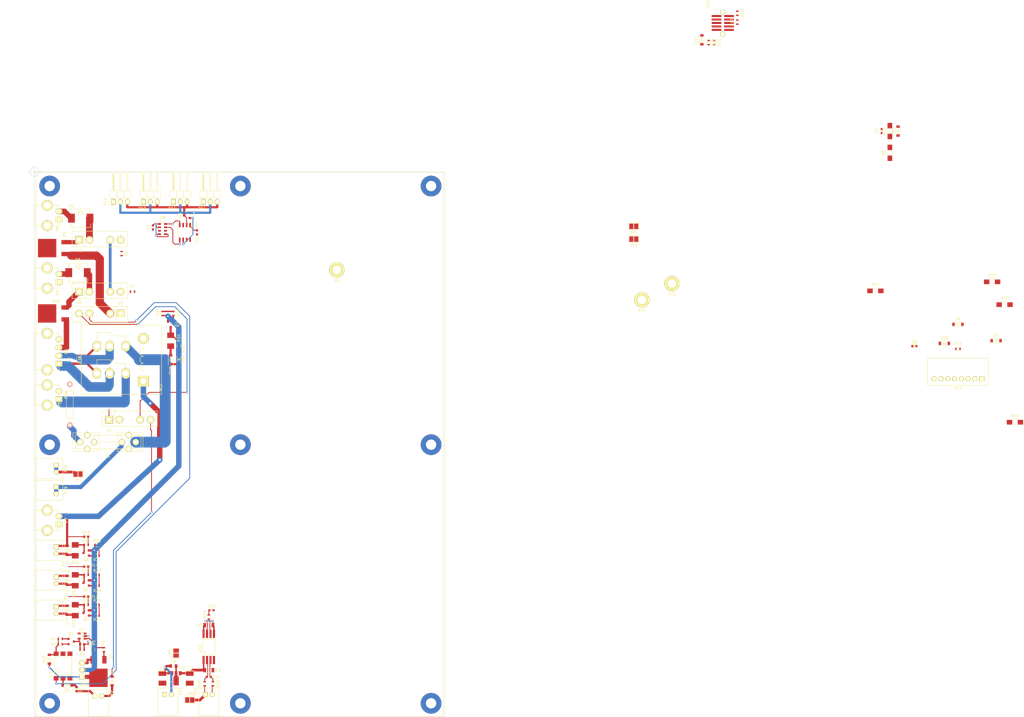
<source format=kicad_pcb>
(kicad_pcb (version 4) (host pcbnew 4.0.2-stable)
  (layers (0 F.Cu signal) (1 "In1.Cu(GND)" mixed) (2 "In2.Cu(PWR)" mixed hide) (31 B.Cu signal) (34 B.Paste user) (35 F.Paste user) (36 B.SilkS user) (37 F.SilkS user) (38 B.Mask user) (39 F.Mask user) (44 Edge.Cuts user))
  (net 0 "")
  (net 1 "Net-(C1-Pad1)")
  (net 2 GND)
  (net 3 +3V3)
  (net 4 GLV)
  (net 5 GNDA)
  (net 6 ILV+)
  (net 7 DCDC-NEG)
  (net 8 +5V-HV)
  (net 9 HV-CURR)
  (net 10 "Net-(D1-Pad1)")
  (net 11 "Net-(D1-Pad2)")
  (net 12 "Net-(D2-Pad2)")
  (net 13 "Net-(D2-Pad1)")
  (net 14 "Net-(D3-Pad2)")
  (net 15 IHV-EXTERNAL)
  (net 16 "Net-(D5-Pad2)")
  (net 17 ILV-EXTERNAL)
  (net 18 "Net-(D6-Pad2)")
  (net 19 GNDFAULT-PWM)
  (net 20 "Net-(D10-Pad1)")
  (net 21 "Net-(D8-Pad1)")
  (net 22 /GNDFAULT)
  (net 23 "Net-(D10-Pad2)")
  (net 24 BMS-PWRAVAIL)
  (net 25 +24V)
  (net 26 "Net-(D12-Pad1)")
  (net 27 "/Relay Driver 1/RELAY-NEG")
  (net 28 "Net-(D14-Pad1)")
  (net 29 "/Relay Driver 2/RELAY-NEG")
  (net 30 "Net-(D16-Pad1)")
  (net 31 "/Relay Driver 3/RELAY-NEG")
  (net 32 "Net-(D18-Pad1)")
  (net 33 "/Relay Driver 4/RELAY-NEG")
  (net 34 DCDC-POS)
  (net 35 "Net-(F1-Pad2)")
  (net 36 "Net-(F2-Pad2)")
  (net 37 "Net-(A1-Pad~)")
  (net 38 RELAY-COMMON)
  (net 39 BATT-NEG)
  (net 40 BATT-POS)
  (net 41 BATT-ILV)
  (net 42 "Net-(P6-Pad4)")
  (net 43 "Net-(P10-Pad3)")
  (net 44 "Net-(P15-Pad1)")
  (net 45 "Net-(P16-Pad1)")
  (net 46 "Net-(P17-Pad5)")
  (net 47 "Net-(P17-Pad6)")
  (net 48 "Net-(P17-Pad7)")
  (net 49 "Net-(P23-Pad2)")
  (net 50 "Net-(Q1-Pad1)")
  (net 51 +5V)
  (net 52 "Net-(Q2-Pad1)")
  (net 53 "Net-(Q3-Pad1)")
  (net 54 "Net-(Q4-Pad1)")
  (net 55 "Net-(Q4-Pad3)")
  (net 56 "Net-(Q5-Pad1)")
  (net 57 "Net-(Q5-Pad3)")
  (net 58 "Net-(Q6-Pad1)")
  (net 59 "Net-(Q6-Pad3)")
  (net 60 "Net-(Q7-Pad1)")
  (net 61 "Net-(Q7-Pad3)")
  (net 62 "Net-(R3-Pad2)")
  (net 63 "Net-(R6-Pad1)")
  (net 64 IHV-PRECHG)
  (net 65 "Net-(R7-Pad1)")
  (net 66 ILV-PRECHG)
  (net 67 BMS-PWRDN)
  (net 68 BMS-PWREN)
  (net 69 "Net-(P22-Pad9)")
  (net 70 "Net-(R20-Pad2)")
  (net 71 RLY-IHV-HIGH)
  (net 72 RLY-IHV-LOW)
  (net 73 RLY-ILV)
  (net 74 RLY-DCDC)
  (net 75 "Net-(R38-Pad1)")
  (net 76 "Net-(R38-Pad2)")
  (net 77 "Net-(U1-Pad3)")
  (net 78 "Net-(U2-Pad3)")
  (net 79 "Net-(U4-Pad3)")
  (net 80 WDT)
  (net 81 SENS-SCL)
  (net 82 SENS-SDA)
  (net 83 "Net-(U8-Pad6)")
  (net 84 BMS-MISO)
  (net 85 BMS-MOSI)
  (net 86 BMS-SCK)
  (net 87 BMS-CS)
  (net 88 "Net-(D20-Pad1)")
  (net 89 "Net-(D20-Pad2)")
  (net 90 "Net-(R10-Pad2)")
  (net 91 "Net-(R9-Pad2)")
  (net 92 "Net-(C11-Pad1)")
  (net 93 "Net-(C11-Pad2)")
  (net 94 "Net-(JP4-Pad2)")
  (net 95 DCDC-NEG-2)
  (net 96 "Net-(JP6-Pad1)")
  (module -footprints:PCBOUTLINE-POWERNODE (layer F.Cu) (at 35.6 35.2)
    (fp_text reference PCB1 hide)
    (fp_text value PCB-OUTLINE hide)
    (pad 1 thru_hole circle (at 5 5) (size 7.62 7.62) (drill 3.81) (layers *.Cu *.Mask) (net 2 GND))
    (pad 2 thru_hole circle (at 75 5) (size 7.62 7.62) (drill 3.81) (layers *.Cu *.Mask) (net 2 GND))
    (pad 3 thru_hole circle (at 145 5) (size 7.62 7.62) (drill 3.81) (layers *.Cu *.Mask) (net 2 GND))
    (pad 4 thru_hole circle (at 145 100) (size 7.62 7.62) (drill 3.81) (layers *.Cu *.Mask) (net 2 GND))
    (pad 5 thru_hole circle (at 145 195) (size 7.62 7.62) (drill 3.81) (layers *.Cu *.Mask) (net 2 GND))
    (pad 6 thru_hole circle (at 75 195) (size 7.62 7.62) (drill 3.81) (layers *.Cu *.Mask) (net 2 GND))
    (pad 7 thru_hole circle (at 5 195) (size 7.62 7.62) (drill 3.81) (layers *.Cu *.Mask) (net 2 GND))
    (pad 8 thru_hole circle (at 5 100) (size 7.62 7.62) (drill 3.81) (layers *.Cu *.Mask) (net 2 GND))
    (pad 9 thru_hole circle (at 75 100) (size 7.62 7.62) (drill 3.81) (layers *.Cu *.Mask) (net 2 GND))
  )
  (module -footprints:CONN-TE-MICROMNL-4-PTH-MALE-RGT (layer F.Cu) (at 44 101 270)
    (fp_text reference P6 (at 0 -2.7 270) (layer F.SilkS) (effects (font (thickness 0.17))))
    (fp_text value CONN_01X04)
    (pad 1 thru_hole rect (at 4.5 0 270) (size 2 2.5) (drill 1.1) (layers *.Cu *.Mask F.SilkS) (net 39 BATT-NEG))
    (pad 2 thru_hole oval (at 1.5 0 270) (size 2 2.5) (drill 1.1) (layers *.Cu *.Mask F.SilkS) (net 40 BATT-POS))
    (pad 3 thru_hole oval (at -1.5 0 270) (size 2 2.5) (drill 1.1) (layers *.Cu *.Mask F.SilkS) (net 41 BATT-ILV))
    (pad 4 thru_hole oval (at -4.5 0 270) (size 2 2.5) (drill 1.1) (layers *.Cu *.Mask F.SilkS) (net 42 "Net-(P6-Pad4)"))
    (pad M1 thru_hole circle (at 6.715 4.32 270) (size 4 4) (drill 2.5) (layers *.Cu *.Mask F.SilkS) (net 39 BATT-NEG))
    (pad M2 thru_hole circle (at -6.715 4.32 270) (size 4 4) (drill 2.5) (layers *.Cu *.Mask F.SilkS) (net 39 BATT-NEG))
  )
  (module Fuse_Holders_and_Fuses:Fuseholder5x20_horiz_open_universal_Type-III (layer F.Cu) (at 62 134.25 180)
    (fp_text reference F1 (at 0 -5.08 180) (layer F.SilkS))
    (fp_text value FUSE)
    (pad 2 thru_hole circle (at 5.12064 0 180) (size 2.3495 2.3495) (drill 1.34874) (layers *.Cu *.Mask F.SilkS) (net 35 "Net-(F1-Pad2)"))
    (pad 2 thru_hole circle (at 10.20064 0 180) (size 2.3495 2.3495) (drill 1.34874) (layers *.Cu *.Mask F.SilkS) (net 35 "Net-(F1-Pad2)"))
    (pad 1 thru_hole circle (at -5.1181 0 180) (size 2.3495 2.3495) (drill 1.34874) (layers *.Cu *.Mask F.SilkS) (net 34 DCDC-POS))
    (pad 1 thru_hole circle (at -10.1981 0 180) (size 2.3495 2.3495) (drill 1.34874) (layers *.Cu *.Mask F.SilkS) (net 34 DCDC-POS))
    (pad 2 thru_hole circle (at 7.66064 -2.54 180) (size 2.3495 2.3495) (drill 1.34874) (layers *.Cu *.Mask F.SilkS) (net 35 "Net-(F1-Pad2)"))
    (pad 2 thru_hole circle (at 7.66064 2.54 180) (size 2.3495 2.3495) (drill 1.34874) (layers *.Cu *.Mask F.SilkS) (net 35 "Net-(F1-Pad2)"))
    (pad 1 thru_hole circle (at -7.6581 -2.54 180) (size 2.3495 2.3495) (drill 1.34874) (layers *.Cu *.Mask F.SilkS) (net 34 DCDC-POS))
    (pad 1 thru_hole circle (at -7.6581 2.54 180) (size 2.3495 2.3495) (drill 1.34874) (layers *.Cu *.Mask F.SilkS) (net 34 DCDC-POS))
  )
  (module Capacitors_SMD:C_0603 (layer F.Cu) (at 52.5 208.5)
    (fp_text reference C1 (at 2.5 0) (layer F.SilkS))
    (fp_text value 100n)
    (pad 1 smd rect (at -0.75 0) (size 0.8 0.75) (layers F.Cu F.Paste F.Mask) (net 1 "Net-(C1-Pad1)"))
    (pad 2 smd rect (at 0.75 0) (size 0.8 0.75) (layers F.Cu F.Paste F.Mask) (net 2 GND))
  )
  (module Capacitors_SMD:C_0603 (layer F.Cu) (at 94.69 57.225 90)
    (fp_text reference C2 (at -2.75 0 90) (layer F.SilkS))
    (fp_text value 100n)
    (pad 1 smd rect (at -0.75 0 90) (size 0.8 0.75) (layers F.Cu F.Paste F.Mask) (net 2 GND))
    (pad 2 smd rect (at 0.75 0 90) (size 0.8 0.75) (layers F.Cu F.Paste F.Mask) (net 3 +3V3))
  )
  (module Capacitors_SMD:C_0603 (layer F.Cu) (at 346 20 90)
    (fp_text reference C3 (at 0 -1.9 90) (layer F.SilkS))
    (fp_text value 100n)
    (pad 1 smd rect (at -0.75 0 90) (size 0.8 0.75) (layers F.Cu F.Paste F.Mask) (net 4 GLV))
    (pad 2 smd rect (at 0.75 0 90) (size 0.8 0.75) (layers F.Cu F.Paste F.Mask) (net 5 GNDA))
  )
  (module Capacitors_SMD:C_0603 (layer F.Cu) (at 78.5 55.4 90)
    (fp_text reference C4 (at 0 -1.9 90) (layer F.SilkS))
    (fp_text value 100n)
    (pad 1 smd rect (at -0.75 0 90) (size 0.8 0.75) (layers F.Cu F.Paste F.Mask) (net 2 GND))
    (pad 2 smd rect (at 0.75 0 90) (size 0.8 0.75) (layers F.Cu F.Paste F.Mask) (net 3 +3V3))
  )
  (module SMD_Packages:SMD-1210_Pol (layer F.Cu) (at 82 221 270)
    (fp_text reference C5 (at -3.75 0 360) (layer F.SilkS))
    (fp_text value 4u7)
    (pad 1 smd rect (at -1.778 0 270) (size 1.778 2.794) (layers F.Cu F.Paste F.Mask) (net 6 ILV+))
    (pad 2 smd rect (at 1.778 0 270) (size 1.778 2.794) (layers F.Cu F.Paste F.Mask) (net 95 DCDC-NEG-2))
  )
  (module Capacitors_SMD:C_0805 (layer F.Cu) (at 86 216.5)
    (fp_text reference C6 (at 0 -1.75) (layer F.SilkS))
    (fp_text value 1u)
    (pad 1 smd rect (at -1 0) (size 1 1.25) (layers F.Cu F.Paste F.Mask) (net 6 ILV+))
    (pad 2 smd rect (at 1 0) (size 1 1.25) (layers F.Cu F.Paste F.Mask) (net 95 DCDC-NEG-2))
  )
  (module SMD_Packages:SMD-1210_Pol (layer F.Cu) (at 92 221 270)
    (fp_text reference C7 (at -3.75 0 360) (layer F.SilkS))
    (fp_text value 4u7)
    (pad 1 smd rect (at -1.778 0 270) (size 1.778 2.794) (layers F.Cu F.Paste F.Mask) (net 8 +5V-HV))
    (pad 2 smd rect (at 1.778 0 270) (size 1.778 2.794) (layers F.Cu F.Paste F.Mask) (net 95 DCDC-NEG-2))
  )
  (module Capacitors_SMD:C_0603 (layer F.Cu) (at 100 196)
    (fp_text reference C10 (at 0 -1.5) (layer F.SilkS))
    (fp_text value 1u)
    (pad 1 smd rect (at -0.75 0) (size 0.8 0.75) (layers F.Cu F.Paste F.Mask) (net 9 HV-CURR))
    (pad 2 smd rect (at 0.75 0) (size 0.8 0.75) (layers F.Cu F.Paste F.Mask) (net 5 GNDA))
  )
  (module Diodes_SMD:SOD-123 (layer F.Cu) (at 63.5 222 270)
    (fp_text reference D1 (at -3.5 0 270) (layer F.SilkS))
    (fp_text value D)
    (pad 1 smd rect (at -1.635 0 270) (size 0.91 1.22) (layers F.Cu F.Paste F.Mask) (net 10 "Net-(D1-Pad1)"))
    (pad 2 smd rect (at 1.635 0 270) (size 0.91 1.22) (layers F.Cu F.Paste F.Mask) (net 11 "Net-(D1-Pad2)"))
  )
  (module LEDs:LED_0603 (layer F.Cu) (at 50.5 225 90)
    (fp_text reference D2 (at -0.5 1.5 90) (layer F.SilkS))
    (fp_text value LED)
    (pad 2 smd rect (at 0.7493 0 270) (size 0.79756 0.79756) (layers F.Cu F.Paste F.Mask) (net 12 "Net-(D2-Pad2)"))
    (pad 1 smd rect (at -0.7493 0 270) (size 0.79756 0.79756) (layers F.Cu F.Paste F.Mask) (net 13 "Net-(D2-Pad1)"))
  )
  (module Diodes_SMD:SOD-123 (layer F.Cu) (at 47 223.5 180)
    (fp_text reference D3 (at 0 -2 180) (layer F.SilkS))
    (fp_text value D)
    (pad 1 smd rect (at -1.635 0 180) (size 0.91 1.22) (layers F.Cu F.Paste F.Mask) (net 12 "Net-(D2-Pad2)"))
    (pad 2 smd rect (at 1.635 0 180) (size 0.91 1.22) (layers F.Cu F.Paste F.Mask) (net 14 "Net-(D3-Pad2)"))
  )
  (module Diodes_SMD:SOD-123 (layer F.Cu) (at 352 20 90)
    (fp_text reference D4 (at 0 -2 90) (layer F.SilkS))
    (fp_text value "ZENER +2V7")
    (pad 1 smd rect (at -1.635 0 90) (size 0.91 1.22) (layers F.Cu F.Paste F.Mask) (net 4 GLV))
    (pad 2 smd rect (at 1.635 0 90) (size 0.91 1.22) (layers F.Cu F.Paste F.Mask) (net 5 GNDA))
  )
  (module Diodes_SMD:SMC_Standard (layer F.Cu) (at 52 52)
    (fp_text reference D5 (at -3.5 -4.5) (layer F.SilkS))
    (fp_text value D)
    (pad 1 smd rect (at -3.40106 0 90) (size 3.29946 2.49936) (layers F.Cu F.Paste F.Mask) (net 15 IHV-EXTERNAL))
    (pad 2 smd rect (at 3.40106 0 90) (size 3.29946 2.49936) (layers F.Cu F.Paste F.Mask) (net 16 "Net-(D5-Pad2)"))
  )
  (module Diodes_SMD:SMC_Standard (layer F.Cu) (at 51 72)
    (fp_text reference D6 (at 0 -4.7) (layer F.SilkS))
    (fp_text value D)
    (pad 1 smd rect (at -3.40106 0 90) (size 3.29946 2.49936) (layers F.Cu F.Paste F.Mask) (net 17 ILV-EXTERNAL))
    (pad 2 smd rect (at 3.40106 0 90) (size 3.29946 2.49936) (layers F.Cu F.Paste F.Mask) (net 18 "Net-(D6-Pad2)"))
  )
  (module Diodes_SMD:SOD-123 (layer F.Cu) (at 388 97)
    (fp_text reference D7 (at 0 -2) (layer F.SilkS))
    (fp_text value "ZENER +3V6")
    (pad 1 smd rect (at -1.635 0) (size 0.91 1.22) (layers F.Cu F.Paste F.Mask) (net 19 GNDFAULT-PWM))
    (pad 2 smd rect (at 1.635 0) (size 0.91 1.22) (layers F.Cu F.Paste F.Mask) (net 2 GND))
  )
  (module LEDs:LED_0603 (layer F.Cu) (at 358 99)
    (fp_text reference D8 (at 0 -1.5) (layer F.SilkS))
    (fp_text value LED)
    (pad 2 smd rect (at 0.7493 0 180) (size 0.79756 0.79756) (layers F.Cu F.Paste F.Mask) (net 20 "Net-(D10-Pad1)"))
    (pad 1 smd rect (at -0.7493 0 180) (size 0.79756 0.79756) (layers F.Cu F.Paste F.Mask) (net 21 "Net-(D8-Pad1)"))
  )
  (module Diodes_SMD:SOD-123 (layer F.Cu) (at 374 91)
    (fp_text reference D9 (at 0 -2) (layer F.SilkS))
    (fp_text value "ZENER +3V6")
    (pad 1 smd rect (at -1.635 0) (size 0.91 1.22) (layers F.Cu F.Paste F.Mask) (net 22 /GNDFAULT))
    (pad 2 smd rect (at 1.635 0) (size 0.91 1.22) (layers F.Cu F.Paste F.Mask) (net 2 GND))
  )
  (module Diodes_SMD:SOD-123 (layer F.Cu) (at 369 98)
    (fp_text reference D10 (at 0 -2) (layer F.SilkS))
    (fp_text value D)
    (pad 1 smd rect (at -1.635 0) (size 0.91 1.22) (layers F.Cu F.Paste F.Mask) (net 20 "Net-(D10-Pad1)"))
    (pad 2 smd rect (at 1.635 0) (size 0.91 1.22) (layers F.Cu F.Paste F.Mask) (net 23 "Net-(D10-Pad2)"))
  )
  (module Diodes_SMD:SOD-123 (layer F.Cu) (at 280 -13.5 90)
    (fp_text reference D11 (at 0 -2 90) (layer F.SilkS))
    (fp_text value "ZENER +3V6")
    (pad 1 smd rect (at -1.635 0 90) (size 0.91 1.22) (layers F.Cu F.Paste F.Mask) (net 24 BMS-PWRAVAIL))
    (pad 2 smd rect (at 1.635 0 90) (size 0.91 1.22) (layers F.Cu F.Paste F.Mask) (net 2 GND))
  )
  (module LEDs:LED_0603 (layer F.Cu) (at 54 191 180)
    (fp_text reference D12 (at -3 0 180) (layer F.SilkS))
    (fp_text value LED)
    (pad 2 smd rect (at 0.7493 0) (size 0.79756 0.79756) (layers F.Cu F.Paste F.Mask) (net 25 +24V))
    (pad 1 smd rect (at -0.7493 0) (size 0.79756 0.79756) (layers F.Cu F.Paste F.Mask) (net 26 "Net-(D12-Pad1)"))
  )
  (module Diodes_SMD:SOD-123 (layer F.Cu) (at 47 196 270)
    (fp_text reference D13 (at 4 0 270) (layer F.SilkS))
    (fp_text value D)
    (pad 1 smd rect (at -1.635 0 270) (size 0.91 1.22) (layers F.Cu F.Paste F.Mask) (net 25 +24V))
    (pad 2 smd rect (at 1.635 0 270) (size 0.91 1.22) (layers F.Cu F.Paste F.Mask) (net 27 "/Relay Driver 1/RELAY-NEG"))
  )
  (module LEDs:LED_0603 (layer F.Cu) (at 54 180 180)
    (fp_text reference D14 (at -3 0.5 180) (layer F.SilkS))
    (fp_text value LED)
    (pad 2 smd rect (at 0.7493 0) (size 0.79756 0.79756) (layers F.Cu F.Paste F.Mask) (net 25 +24V))
    (pad 1 smd rect (at -0.7493 0) (size 0.79756 0.79756) (layers F.Cu F.Paste F.Mask) (net 28 "Net-(D14-Pad1)"))
  )
  (module Diodes_SMD:SOD-123 (layer F.Cu) (at 47 185 270)
    (fp_text reference D15 (at 4 0 270) (layer F.SilkS))
    (fp_text value D)
    (pad 1 smd rect (at -1.635 0 270) (size 0.91 1.22) (layers F.Cu F.Paste F.Mask) (net 25 +24V))
    (pad 2 smd rect (at 1.635 0 270) (size 0.91 1.22) (layers F.Cu F.Paste F.Mask) (net 29 "/Relay Driver 2/RELAY-NEG"))
  )
  (module LEDs:LED_0603 (layer F.Cu) (at 54 169 180)
    (fp_text reference D16 (at 0 1.5 180) (layer F.SilkS))
    (fp_text value LED)
    (pad 2 smd rect (at 0.7493 0) (size 0.79756 0.79756) (layers F.Cu F.Paste F.Mask) (net 25 +24V))
    (pad 1 smd rect (at -0.7493 0) (size 0.79756 0.79756) (layers F.Cu F.Paste F.Mask) (net 30 "Net-(D16-Pad1)"))
  )
  (module Diodes_SMD:SOD-123 (layer F.Cu) (at 47 174 270)
    (fp_text reference D17 (at 4 0 270) (layer F.SilkS))
    (fp_text value D)
    (pad 1 smd rect (at -1.635 0 270) (size 0.91 1.22) (layers F.Cu F.Paste F.Mask) (net 25 +24V))
    (pad 2 smd rect (at 1.635 0 270) (size 0.91 1.22) (layers F.Cu F.Paste F.Mask) (net 31 "/Relay Driver 3/RELAY-NEG"))
  )
  (module LEDs:LED_0603 (layer F.Cu) (at 88 104 270)
    (fp_text reference D18 (at 0 -1.5 270) (layer F.SilkS))
    (fp_text value LED)
    (pad 2 smd rect (at 0.7493 0 90) (size 0.79756 0.79756) (layers F.Cu F.Paste F.Mask) (net 25 +24V))
    (pad 1 smd rect (at -0.7493 0 90) (size 0.79756 0.79756) (layers F.Cu F.Paste F.Mask) (net 32 "Net-(D18-Pad1)"))
  )
  (module Diodes_SMD:SOD-123 (layer F.Cu) (at 85 104 90)
    (fp_text reference D19 (at -4 0 90) (layer F.SilkS))
    (fp_text value D)
    (pad 1 smd rect (at -1.635 0 90) (size 0.91 1.22) (layers F.Cu F.Paste F.Mask) (net 25 +24V))
    (pad 2 smd rect (at 1.635 0 90) (size 0.91 1.22) (layers F.Cu F.Paste F.Mask) (net 33 "/Relay Driver 4/RELAY-NEG"))
  )
  (module Resistors_ThroughHole:Resistor_Horizontal_RM15mm (layer F.Cu) (at 48 128 90)
    (fp_text reference F2 (at 7.5 -3.74904 90) (layer F.SilkS))
    (fp_text value FUSE)
    (pad 1 thru_hole circle (at 0 0 90) (size 1.99898 1.99898) (drill 1.00076) (layers *.Cu *.SilkS *.Mask) (net 35 "Net-(F1-Pad2)"))
    (pad 2 thru_hole circle (at 15 0 90) (size 1.99898 1.99898) (drill 1.00076) (layers *.Cu *.SilkS *.Mask) (net 36 "Net-(F2-Pad2)"))
  )
  (module -footprints:SOLDERJUMPER (layer F.Cu) (at 255 55)
    (fp_text reference JP1 (at 0 2.286) (layer F.SilkS))
    (fp_text value Jumper_NC_Small)
    (pad 1 smd rect (at -0.889 0) (size 1.524 2) (layers F.Cu F.Paste F.Mask) (net 2 GND))
    (pad 2 smd rect (at 0.889 0) (size 1.524 2) (layers F.Cu F.Paste F.Mask) (net 37 "Net-(A1-Pad~)"))
  )
  (module -footprints:SOLDERJUMPER (layer F.Cu) (at 255 59.7)
    (fp_text reference JP2 (at 0 2.286) (layer F.SilkS))
    (fp_text value Jumper_NC_Small)
    (pad 1 smd rect (at -0.889 0) (size 1.524 2) (layers F.Cu F.Paste F.Mask) (net 2 GND))
    (pad 2 smd rect (at 0.889 0) (size 1.524 2) (layers F.Cu F.Paste F.Mask) (net 37 "Net-(A1-Pad~)"))
  )
  (module Pin_Headers:Pin_Header_Straight_1x03 (layer F.Cu) (at 52.5 220.5 180)
    (fp_text reference JP3 (at -0.5 -3 180) (layer F.SilkS))
    (fp_text value JUMPER3)
    (pad 1 thru_hole rect (at 0 0 180) (size 2.032 1.7272) (drill 1.016) (layers *.Cu *.Mask F.SilkS) (net 88 "Net-(D20-Pad1)"))
    (pad 2 thru_hole oval (at 0 2.54 180) (size 2.032 1.7272) (drill 1.016) (layers *.Cu *.Mask F.SilkS) (net 38 RELAY-COMMON))
    (pad 3 thru_hole oval (at 0 5.08 180) (size 2.032 1.7272) (drill 1.016) (layers *.Cu *.Mask F.SilkS) (net 2 GND))
  )
  (module -footprints:CONN-JST-XH-2-PTH-RGT (layer F.Cu) (at 43 196 90)
    (fp_text reference P1 (at 4 3.75 180) (layer F.SilkS) (effects (font (thickness 0.17))))
    (fp_text value CONN_01X02)
    (pad 1 thru_hole rect (at 1.25 0 90) (size 1.8 1.8) (drill 0.9) (layers *.Cu *.Mask F.SilkS) (net 25 +24V))
    (pad 2 thru_hole circle (at -1.25 0 90) (size 1.8 1.8) (drill 0.9) (layers *.Cu *.Mask F.SilkS) (net 27 "/Relay Driver 1/RELAY-NEG"))
  )
  (module -footprints:CONN-JST-XH-2-PTH-RGT (layer F.Cu) (at 58.5 227.5 180)
    (fp_text reference P2 (at -5 1 270) (layer F.SilkS) (effects (font (thickness 0.17))))
    (fp_text value CONN_01X02)
    (pad 1 thru_hole rect (at 1.25 0 180) (size 1.8 1.8) (drill 0.9) (layers *.Cu *.Mask F.SilkS) (net 13 "Net-(D2-Pad1)"))
    (pad 2 thru_hole circle (at -1.25 0 180) (size 1.8 1.8) (drill 0.9) (layers *.Cu *.Mask F.SilkS) (net 11 "Net-(D1-Pad2)"))
  )
  (module -footprints:CONN-JST-XH-2-PTH-RGT (layer F.Cu) (at 43 185 90)
    (fp_text reference P3 (at 3.244 3.908 180) (layer F.SilkS) (effects (font (thickness 0.17))))
    (fp_text value CONN_01X02)
    (pad 1 thru_hole rect (at 1.25 0 90) (size 1.8 1.8) (drill 0.9) (layers *.Cu *.Mask F.SilkS) (net 25 +24V))
    (pad 2 thru_hole circle (at -1.25 0 90) (size 1.8 1.8) (drill 0.9) (layers *.Cu *.Mask F.SilkS) (net 29 "/Relay Driver 2/RELAY-NEG"))
  )
  (module -footprints:CONN-JST-XH-2-PTH-RGT (layer F.Cu) (at 43 174 90)
    (fp_text reference P4 (at -5 2.5 90) (layer F.SilkS) (effects (font (thickness 0.17))))
    (fp_text value CONN_01X02)
    (pad 1 thru_hole rect (at 1.25 0 90) (size 1.8 1.8) (drill 0.9) (layers *.Cu *.Mask F.SilkS) (net 25 +24V))
    (pad 2 thru_hole circle (at -1.25 0 90) (size 1.8 1.8) (drill 0.9) (layers *.Cu *.Mask F.SilkS) (net 31 "/Relay Driver 3/RELAY-NEG"))
  )
  (module -footprints:SCREWPAD-4-40 (layer F.Cu) (at 146 71)
    (fp_text reference P5 (at 0 4) (layer F.SilkS))
    (fp_text value CONN_01X01)
    (pad 1 thru_hole circle (at 0 0) (size 5.588 5.588) (drill 3.048) (layers *.Cu *.Mask F.SilkS) (net 2 GND))
  )
  (module Pin_Headers:Pin_Header_Angled_1x03 (layer F.Cu) (at 75 46 90)
    (fp_text reference P10 (at -2.5 -0.5 180) (layer F.SilkS))
    (fp_text value CONN_01X03)
    (pad 1 thru_hole rect (at 0 0 90) (size 2.032 1.7272) (drill 1.016) (layers *.Cu *.Mask F.SilkS) (net 2 GND))
    (pad 2 thru_hole oval (at 0 2.54 90) (size 2.032 1.7272) (drill 1.016) (layers *.Cu *.Mask F.SilkS) (net 3 +3V3))
    (pad 3 thru_hole oval (at 0 5.08 90) (size 2.032 1.7272) (drill 1.016) (layers *.Cu *.Mask F.SilkS) (net 43 "Net-(P10-Pad3)"))
  )
  (module Pin_Headers:Pin_Header_Angled_1x03 (layer F.Cu) (at 86 46 90)
    (fp_text reference P11 (at -2.5 -0.5 180) (layer F.SilkS))
    (fp_text value CONN_01X03)
    (pad 1 thru_hole rect (at 0 0 90) (size 2.032 1.7272) (drill 1.016) (layers *.Cu *.Mask F.SilkS) (net 2 GND))
    (pad 2 thru_hole oval (at 0 2.54 90) (size 2.032 1.7272) (drill 1.016) (layers *.Cu *.Mask F.SilkS) (net 3 +3V3))
    (pad 3 thru_hole oval (at 0 5.08 90) (size 2.032 1.7272) (drill 1.016) (layers *.Cu *.Mask F.SilkS) (net 43 "Net-(P10-Pad3)"))
  )
  (module Pin_Headers:Pin_Header_Angled_1x03 (layer F.Cu) (at 64 46 90)
    (fp_text reference P13 (at 0 -3 90) (layer F.SilkS))
    (fp_text value CONN_01X03)
    (pad 1 thru_hole rect (at 0 0 90) (size 2.032 1.7272) (drill 1.016) (layers *.Cu *.Mask F.SilkS) (net 2 GND))
    (pad 2 thru_hole oval (at 0 2.54 90) (size 2.032 1.7272) (drill 1.016) (layers *.Cu *.Mask F.SilkS) (net 3 +3V3))
    (pad 3 thru_hole oval (at 0 5.08 90) (size 2.032 1.7272) (drill 1.016) (layers *.Cu *.Mask F.SilkS) (net 43 "Net-(P10-Pad3)"))
  )
  (module Pin_Headers:Pin_Header_Angled_1x03 (layer F.Cu) (at 97 46 90)
    (fp_text reference P14 (at -2.5 -0.5 180) (layer F.SilkS))
    (fp_text value CONN_01X03)
    (pad 1 thru_hole rect (at 0 0 90) (size 2.032 1.7272) (drill 1.016) (layers *.Cu *.Mask F.SilkS) (net 2 GND))
    (pad 2 thru_hole oval (at 0 2.54 90) (size 2.032 1.7272) (drill 1.016) (layers *.Cu *.Mask F.SilkS) (net 3 +3V3))
    (pad 3 thru_hole oval (at 0 5.08 90) (size 2.032 1.7272) (drill 1.016) (layers *.Cu *.Mask F.SilkS) (net 43 "Net-(P10-Pad3)"))
  )
  (module -footprints:SCREWPAD-4-40 (layer F.Cu) (at 258 82)
    (fp_text reference P15 (at 0 4) (layer F.SilkS))
    (fp_text value CONN_01X01)
    (pad 1 thru_hole circle (at 0 0) (size 5.588 5.588) (drill 3.048) (layers *.Cu *.Mask F.SilkS) (net 44 "Net-(P15-Pad1)"))
  )
  (module -footprints:SCREWPAD-4-40 (layer F.Cu) (at 269 76)
    (fp_text reference P16 (at 0 4) (layer F.SilkS))
    (fp_text value CONN_01X01)
    (pad 1 thru_hole circle (at 0 0) (size 5.588 5.588) (drill 3.048) (layers *.Cu *.Mask F.SilkS) (net 45 "Net-(P16-Pad1)"))
  )
  (module -footprints:CONN-JST-XH-8-PTH-RGT (layer F.Cu) (at 374 111)
    (fp_text reference P17 (at 0 3.5) (layer F.SilkS) (effects (font (thickness 0.17))))
    (fp_text value CONN_01X08)
    (pad 1 thru_hole rect (at 8.75 0) (size 1.8 1.8) (drill 0.9) (layers *.Cu *.Mask F.SilkS) (net 2 GND))
    (pad 2 thru_hole circle (at 6.25 0) (size 1.8 1.8) (drill 0.9) (layers *.Cu *.Mask F.SilkS) (net 25 +24V))
    (pad 3 thru_hole circle (at 3.75 0) (size 1.8 1.8) (drill 0.9) (layers *.Cu *.Mask F.SilkS) (net 44 "Net-(P15-Pad1)"))
    (pad 4 thru_hole circle (at 1.25 0) (size 1.8 1.8) (drill 0.9) (layers *.Cu *.Mask F.SilkS) (net 45 "Net-(P16-Pad1)"))
    (pad 5 thru_hole circle (at -1.25 0) (size 1.8 1.8) (drill 0.9) (layers *.Cu *.Mask F.SilkS) (net 46 "Net-(P17-Pad5)"))
    (pad 6 thru_hole circle (at -3.75 0) (size 1.8 1.8) (drill 0.9) (layers *.Cu *.Mask F.SilkS) (net 47 "Net-(P17-Pad6)"))
    (pad 7 thru_hole circle (at -6.25 0) (size 1.8 1.8) (drill 0.9) (layers *.Cu *.Mask F.SilkS) (net 48 "Net-(P17-Pad7)"))
    (pad 8 thru_hole circle (at -8.75 0) (size 1.8 1.8) (drill 0.9) (layers *.Cu *.Mask F.SilkS) (net 21 "Net-(D8-Pad1)"))
  )
  (module -footprints:CONN-JST-XH-2-PTH-RGT (layer F.Cu) (at 43 152 90)
    (fp_text reference P19 (at 0 3.5 90) (layer F.SilkS) (effects (font (thickness 0.17))))
    (fp_text value CONN_01X02)
    (pad 1 thru_hole rect (at 1.25 0 90) (size 1.8 1.8) (drill 0.9) (layers *.Cu *.Mask F.SilkS) (net 34 DCDC-POS))
    (pad 2 thru_hole circle (at -1.25 0 90) (size 1.8 1.8) (drill 0.9) (layers *.Cu *.Mask F.SilkS) (net 34 DCDC-POS))
  )
  (module -footprints:CONN-JST-XH-2-PTH-RGT (layer F.Cu) (at 43 144 90)
    (fp_text reference P20 (at 0 3.5 90) (layer F.SilkS) (effects (font (thickness 0.17))))
    (fp_text value CONN_01X02)
    (pad 1 thru_hole rect (at 1.25 0 90) (size 1.8 1.8) (drill 0.9) (layers *.Cu *.Mask F.SilkS) (net 7 DCDC-NEG))
    (pad 2 thru_hole circle (at -1.25 0 90) (size 1.8 1.8) (drill 0.9) (layers *.Cu *.Mask F.SilkS) (net 7 DCDC-NEG))
  )
  (module -footprints:CONN-JST-XH-2-PTH-RGT (layer F.Cu) (at 84 227 180)
    (fp_text reference P21 (at -4.75 1.25 270) (layer F.SilkS) (effects (font (thickness 0.17))))
    (fp_text value CONN_01X02)
    (pad 1 thru_hole rect (at 1.25 0 180) (size 1.8 1.8) (drill 0.9) (layers *.Cu *.Mask F.SilkS) (net 95 DCDC-NEG-2))
    (pad 2 thru_hole circle (at -1.25 0 180) (size 1.8 1.8) (drill 0.9) (layers *.Cu *.Mask F.SilkS) (net 6 ILV+))
  )
  (module -footprints:CONN-JST-XH-2-PTH-RGT (layer F.Cu) (at 99 227 180)
    (fp_text reference P23 (at 5 1 270) (layer F.SilkS) (effects (font (thickness 0.17))))
    (fp_text value SHUNT)
    (pad 1 thru_hole rect (at 1.25 0 180) (size 1.8 1.8) (drill 0.9) (layers *.Cu *.Mask F.SilkS) (net 96 "Net-(JP6-Pad1)"))
    (pad 2 thru_hole circle (at -1.25 0 180) (size 1.8 1.8) (drill 0.9) (layers *.Cu *.Mask F.SilkS) (net 49 "Net-(P23-Pad2)"))
  )
  (module TO_SOT_Packages_SMD:SOT-23 (layer F.Cu) (at 48.5 207.5 270)
    (fp_text reference Q1 (at -2.75 0 360) (layer F.SilkS))
    (fp_text value PMOS)
    (pad 1 smd rect (at -0.95 1.00076 270) (size 0.8001 0.8001) (layers F.Cu F.Paste F.Mask) (net 50 "Net-(Q1-Pad1)"))
    (pad 2 smd rect (at 0.95 1.00076 270) (size 0.8001 0.8001) (layers F.Cu F.Paste F.Mask) (net 51 +5V))
    (pad 3 smd rect (at 0 -0.99822 270) (size 0.8001 0.8001) (layers F.Cu F.Paste F.Mask) (net 1 "Net-(C1-Pad1)"))
  )
  (module -footprints:D-Pak_TO252AA (layer F.Cu) (at 58.5 218.5 180)
    (fp_text reference Q2 (at -4.75 5.5 270) (layer F.SilkS))
    (fp_text value NMOS)
    (pad 3 smd rect (at 2.18 4.3 180) (size 1.55 2.78) (layers F.Cu F.Paste F.Mask) (net 2 GND))
    (pad 4 smd rect (at 0 -2.335 180) (size 6.74 6.73) (layers F.Cu F.Paste F.Mask) (net 88 "Net-(D20-Pad1)"))
    (pad 1 smd rect (at -2.18 4.3 180) (size 1.55 2.78) (layers F.Cu F.Paste F.Mask) (net 52 "Net-(Q2-Pad1)"))
  )
  (module TO_SOT_Packages_SMD:SOT-23 (layer F.Cu) (at 91 51 90)
    (fp_text reference Q3 (at 0 -2.5 90) (layer F.SilkS))
    (fp_text value BSS84)
    (pad 1 smd rect (at -0.95 1.00076 90) (size 0.8001 0.8001) (layers F.Cu F.Paste F.Mask) (net 53 "Net-(Q3-Pad1)"))
    (pad 2 smd rect (at 0.95 1.00076 90) (size 0.8001 0.8001) (layers F.Cu F.Paste F.Mask) (net 3 +3V3))
    (pad 3 smd rect (at 0 -0.99822 90) (size 0.8001 0.8001) (layers F.Cu F.Paste F.Mask) (net 43 "Net-(P10-Pad3)"))
  )
  (module TO_SOT_Packages_SMD:SOT-23 (layer F.Cu) (at 54 197 90)
    (fp_text reference Q4 (at -2.5 0 180) (layer F.SilkS))
    (fp_text value NMOS)
    (pad 1 smd rect (at -0.95 1.00076 90) (size 0.8001 0.8001) (layers F.Cu F.Paste F.Mask) (net 54 "Net-(Q4-Pad1)"))
    (pad 2 smd rect (at 0.95 1.00076 90) (size 0.8001 0.8001) (layers F.Cu F.Paste F.Mask) (net 38 RELAY-COMMON))
    (pad 3 smd rect (at 0 -0.99822 90) (size 0.8001 0.8001) (layers F.Cu F.Paste F.Mask) (net 55 "Net-(Q4-Pad3)"))
  )
  (module TO_SOT_Packages_SMD:SOT-23 (layer F.Cu) (at 54 186 90)
    (fp_text reference Q5 (at -2.5 0 180) (layer F.SilkS))
    (fp_text value NMOS)
    (pad 1 smd rect (at -0.95 1.00076 90) (size 0.8001 0.8001) (layers F.Cu F.Paste F.Mask) (net 56 "Net-(Q5-Pad1)"))
    (pad 2 smd rect (at 0.95 1.00076 90) (size 0.8001 0.8001) (layers F.Cu F.Paste F.Mask) (net 38 RELAY-COMMON))
    (pad 3 smd rect (at 0 -0.99822 90) (size 0.8001 0.8001) (layers F.Cu F.Paste F.Mask) (net 57 "Net-(Q5-Pad3)"))
  )
  (module TO_SOT_Packages_SMD:SOT-23 (layer F.Cu) (at 54 175 90)
    (fp_text reference Q6 (at -2.5 0 180) (layer F.SilkS))
    (fp_text value NMOS)
    (pad 1 smd rect (at -0.95 1.00076 90) (size 0.8001 0.8001) (layers F.Cu F.Paste F.Mask) (net 58 "Net-(Q6-Pad1)"))
    (pad 2 smd rect (at 0.95 1.00076 90) (size 0.8001 0.8001) (layers F.Cu F.Paste F.Mask) (net 38 RELAY-COMMON))
    (pad 3 smd rect (at 0 -0.99822 90) (size 0.8001 0.8001) (layers F.Cu F.Paste F.Mask) (net 59 "Net-(Q6-Pad3)"))
  )
  (module TO_SOT_Packages_SMD:SOT-23 (layer F.Cu) (at 85 91 180)
    (fp_text reference Q7 (at -2.5 0 270) (layer F.SilkS))
    (fp_text value NMOS)
    (pad 1 smd rect (at -0.95 1.00076 180) (size 0.8001 0.8001) (layers F.Cu F.Paste F.Mask) (net 60 "Net-(Q7-Pad1)"))
    (pad 2 smd rect (at 0.95 1.00076 180) (size 0.8001 0.8001) (layers F.Cu F.Paste F.Mask) (net 38 RELAY-COMMON))
    (pad 3 smd rect (at 0 -0.99822 180) (size 0.8001 0.8001) (layers F.Cu F.Paste F.Mask) (net 61 "Net-(Q7-Pad3)"))
  )
  (module Resistors_SMD:R_0603 (layer F.Cu) (at 44.5 208.5 180)
    (fp_text reference R1 (at 2.5 0 180) (layer F.SilkS))
    (fp_text value 100K)
    (pad 1 smd rect (at -0.75 0 180) (size 0.5 0.9) (layers F.Cu F.Paste F.Mask) (net 51 +5V))
    (pad 2 smd rect (at 0.75 0 180) (size 0.5 0.9) (layers F.Cu F.Paste F.Mask) (net 89 "Net-(D20-Pad2)"))
  )
  (module Resistors_SMD:R_0603 (layer F.Cu) (at 44.5 206.5 180)
    (fp_text reference R2 (at 2.5 0 180) (layer F.SilkS))
    (fp_text value 470)
    (pad 1 smd rect (at -0.75 0 180) (size 0.5 0.9) (layers F.Cu F.Paste F.Mask) (net 50 "Net-(Q1-Pad1)"))
    (pad 2 smd rect (at 0.75 0 180) (size 0.5 0.9) (layers F.Cu F.Paste F.Mask) (net 89 "Net-(D20-Pad2)"))
  )
  (module Resistors_SMD:R_0603 (layer F.Cu) (at 60.5 210.5 90)
    (fp_text reference R3 (at 2.5 -0.25 90) (layer F.SilkS))
    (fp_text value 470)
    (pad 1 smd rect (at -0.75 0 90) (size 0.5 0.9) (layers F.Cu F.Paste F.Mask) (net 52 "Net-(Q2-Pad1)"))
    (pad 2 smd rect (at 0.75 0 90) (size 0.5 0.9) (layers F.Cu F.Paste F.Mask) (net 62 "Net-(R3-Pad2)"))
  )
  (module Resistors_SMD:R_0603 (layer F.Cu) (at 52.5 210.5 180)
    (fp_text reference R4 (at 0 -1.75 180) (layer F.SilkS))
    (fp_text value 10K)
    (pad 1 smd rect (at -0.75 0 180) (size 0.5 0.9) (layers F.Cu F.Paste F.Mask) (net 2 GND))
    (pad 2 smd rect (at 0.75 0 180) (size 0.5 0.9) (layers F.Cu F.Paste F.Mask) (net 1 "Net-(C1-Pad1)"))
  )
  (module Resistors_SMD:R_0603 (layer F.Cu) (at 56.5 210.5 270)
    (fp_text reference R5 (at -2.5 -0.25 270) (layer F.SilkS))
    (fp_text value 100K)
    (pad 1 smd rect (at -0.75 0 270) (size 0.5 0.9) (layers F.Cu F.Paste F.Mask) (net 62 "Net-(R3-Pad2)"))
    (pad 2 smd rect (at 0.75 0 270) (size 0.5 0.9) (layers F.Cu F.Paste F.Mask) (net 2 GND))
  )
  (module Resistors_SMD:R_0603 (layer F.Cu) (at 67 65 270)
    (fp_text reference R6 (at 0 -1.9 270) (layer F.SilkS))
    (fp_text value 100)
    (pad 1 smd rect (at -0.75 0 270) (size 0.5 0.9) (layers F.Cu F.Paste F.Mask) (net 63 "Net-(R6-Pad1)"))
    (pad 2 smd rect (at 0.75 0 270) (size 0.5 0.9) (layers F.Cu F.Paste F.Mask) (net 64 IHV-PRECHG))
  )
  (module Resistors_SMD:R_0603 (layer F.Cu) (at 71 79)
    (fp_text reference R7 (at 0 -1.9) (layer F.SilkS))
    (fp_text value 100)
    (pad 1 smd rect (at -0.75 0) (size 0.5 0.9) (layers F.Cu F.Paste F.Mask) (net 65 "Net-(R7-Pad1)"))
    (pad 2 smd rect (at 0.75 0) (size 0.5 0.9) (layers F.Cu F.Paste F.Mask) (net 66 ILV-PRECHG))
  )
  (module Resistors_SMD:R_1206_HandSoldering (layer F.Cu) (at 349 28 90)
    (fp_text reference R8 (at 0 -2.3 90) (layer F.SilkS))
    (fp_text value 100K)
    (pad 1 smd rect (at -2 0 90) (size 2 1.7) (layers F.Cu F.Paste F.Mask) (net 25 +24V))
    (pad 2 smd rect (at 2 0 90) (size 2 1.7) (layers F.Cu F.Paste F.Mask) (net 4 GLV))
  )
  (module -footprints:D-Pak-TO252AA-Resistor (layer F.Cu) (at 42 63 90)
    (fp_text reference R9 (at 5 4 90) (layer F.SilkS))
    (fp_text value 100)
    (pad 2 smd rect (at 2.18 4.3 90) (size 1.55 2.78) (layers F.Cu F.Paste F.Mask) (net 91 "Net-(R9-Pad2)"))
    (pad 3 smd rect (at 0 -2.335 90) (size 6.74 6.73) (layers F.Cu F.Paste F.Mask))
    (pad 1 smd rect (at -2.18 4.3 90) (size 1.55 2.78) (layers F.Cu F.Paste F.Mask) (net 40 BATT-POS))
  )
  (module -footprints:D-Pak-TO252AA-Resistor (layer F.Cu) (at 42 87 90)
    (fp_text reference R10 (at 4.5 1 180) (layer F.SilkS))
    (fp_text value 10)
    (pad 2 smd rect (at 2.18 4.3 90) (size 1.55 2.78) (layers F.Cu F.Paste F.Mask) (net 90 "Net-(R10-Pad2)"))
    (pad 3 smd rect (at 0 -2.335 90) (size 6.74 6.73) (layers F.Cu F.Paste F.Mask))
    (pad 1 smd rect (at -2.18 4.3 90) (size 1.55 2.78) (layers F.Cu F.Paste F.Mask) (net 41 BATT-ILV))
  )
  (module Resistors_SMD:R_1206_HandSoldering (layer F.Cu) (at 349 20 90)
    (fp_text reference R11 (at 0 -2.3 90) (layer F.SilkS))
    (fp_text value 10K)
    (pad 1 smd rect (at -2 0 90) (size 2 1.7) (layers F.Cu F.Paste F.Mask) (net 4 GLV))
    (pad 2 smd rect (at 2 0 90) (size 2 1.7) (layers F.Cu F.Paste F.Mask) (net 5 GNDA))
  )
  (module Resistors_SMD:R_1206_HandSoldering (layer F.Cu) (at 391.108 83.768)
    (fp_text reference R12 (at 0 -2.3) (layer F.SilkS))
    (fp_text value 1K8)
    (pad 1 smd rect (at -2 0) (size 2 1.7) (layers F.Cu F.Paste F.Mask) (net 19 GNDFAULT-PWM))
    (pad 2 smd rect (at 2 0) (size 2 1.7) (layers F.Cu F.Paste F.Mask) (net 46 "Net-(P17-Pad5)"))
  )
  (module Resistors_SMD:R_1206_HandSoldering (layer F.Cu) (at 394.918 126.948)
    (fp_text reference R13 (at 0 -2.3) (layer F.SilkS))
    (fp_text value 330)
    (pad 1 smd rect (at -2 0) (size 2 1.7) (layers F.Cu F.Paste F.Mask) (net 2 GND))
    (pad 2 smd rect (at 2 0) (size 2 1.7) (layers F.Cu F.Paste F.Mask) (net 19 GNDFAULT-PWM))
  )
  (module Resistors_SMD:R_1206_HandSoldering (layer F.Cu) (at 343.7 78.7)
    (fp_text reference R14 (at 0 -2.3) (layer F.SilkS))
    (fp_text value 1K8)
    (pad 1 smd rect (at -2 0) (size 2 1.7) (layers F.Cu F.Paste F.Mask) (net 22 /GNDFAULT))
    (pad 2 smd rect (at 2 0) (size 2 1.7) (layers F.Cu F.Paste F.Mask) (net 21 "Net-(D8-Pad1)"))
  )
  (module Resistors_SMD:R_0603 (layer F.Cu) (at 374 100)
    (fp_text reference R15 (at 0 -1.9) (layer F.SilkS))
    (fp_text value 470)
    (pad 1 smd rect (at -0.75 0) (size 0.5 0.9) (layers F.Cu F.Paste F.Mask) (net 51 +5V))
    (pad 2 smd rect (at 0.75 0) (size 0.5 0.9) (layers F.Cu F.Paste F.Mask) (net 23 "Net-(D10-Pad2)"))
  )
  (module Resistors_SMD:R_1206_HandSoldering (layer F.Cu) (at 386.536 75.386)
    (fp_text reference R16 (at 0 -2.3) (layer F.SilkS))
    (fp_text value 330)
    (pad 1 smd rect (at -2 0) (size 2 1.7) (layers F.Cu F.Paste F.Mask) (net 2 GND))
    (pad 2 smd rect (at 2 0) (size 2 1.7) (layers F.Cu F.Paste F.Mask) (net 22 /GNDFAULT))
  )
  (module Resistors_SMD:R_0603 (layer F.Cu) (at 293 -20 90)
    (fp_text reference R17 (at 0 -1.9 90) (layer F.SilkS))
    (fp_text value 10K)
    (pad 1 smd rect (at -0.75 0 90) (size 0.5 0.9) (layers F.Cu F.Paste F.Mask) (net 2 GND))
    (pad 2 smd rect (at 0.75 0 90) (size 0.5 0.9) (layers F.Cu F.Paste F.Mask) (net 67 BMS-PWRDN))
  )
  (module Resistors_SMD:R_0603 (layer F.Cu) (at 293 -23.25 270)
    (fp_text reference R18 (at 0 -1.9 270) (layer F.SilkS))
    (fp_text value 10K)
    (pad 1 smd rect (at -0.75 0 270) (size 0.5 0.9) (layers F.Cu F.Paste F.Mask) (net 2 GND))
    (pad 2 smd rect (at 0.75 0 270) (size 0.5 0.9) (layers F.Cu F.Paste F.Mask) (net 68 BMS-PWREN))
  )
  (module Resistors_SMD:R_0603 (layer F.Cu) (at 282.5 -12.5 270)
    (fp_text reference R19 (at 0 -1.9 270) (layer F.SilkS))
    (fp_text value 470)
    (pad 1 smd rect (at -0.75 0 270) (size 0.5 0.9) (layers F.Cu F.Paste F.Mask) (net 69 "Net-(P22-Pad9)"))
    (pad 2 smd rect (at 0.75 0 270) (size 0.5 0.9) (layers F.Cu F.Paste F.Mask) (net 24 BMS-PWRAVAIL))
  )
  (module Resistors_SMD:R_0603 (layer F.Cu) (at 284.5 -12.5 270)
    (fp_text reference R21 (at 0 -1.9 270) (layer F.SilkS))
    (fp_text value 100K)
    (pad 1 smd rect (at -0.75 0 270) (size 0.5 0.9) (layers F.Cu F.Paste F.Mask) (net 2 GND))
    (pad 2 smd rect (at 0.75 0 270) (size 0.5 0.9) (layers F.Cu F.Paste F.Mask) (net 24 BMS-PWRAVAIL))
  )
  (module Resistors_SMD:R_1210_HandSoldering (layer F.Cu) (at 50 196 90)
    (fp_text reference R22 (at -5 -0.5 90) (layer F.SilkS))
    (fp_text value R)
    (pad 1 smd rect (at -2 0 90) (size 2 2.5) (layers F.Cu F.Paste F.Mask) (net 27 "/Relay Driver 1/RELAY-NEG"))
    (pad 2 smd rect (at 2 0 90) (size 2 2.5) (layers F.Cu F.Paste F.Mask) (net 55 "Net-(Q4-Pad3)"))
  )
  (module Resistors_SMD:R_0603 (layer F.Cu) (at 54 194)
    (fp_text reference R23 (at 0 -1.5) (layer F.SilkS))
    (fp_text value 2K)
    (pad 1 smd rect (at -0.75 0) (size 0.5 0.9) (layers F.Cu F.Paste F.Mask) (net 55 "Net-(Q4-Pad3)"))
    (pad 2 smd rect (at 0.75 0) (size 0.5 0.9) (layers F.Cu F.Paste F.Mask) (net 26 "Net-(D12-Pad1)"))
  )
  (module Resistors_SMD:R_0603 (layer F.Cu) (at 58 198 180)
    (fp_text reference R24 (at 0 -1.5 180) (layer F.SilkS))
    (fp_text value 470R)
    (pad 1 smd rect (at -0.75 0 180) (size 0.5 0.9) (layers F.Cu F.Paste F.Mask) (net 71 RLY-IHV-HIGH))
    (pad 2 smd rect (at 0.75 0 180) (size 0.5 0.9) (layers F.Cu F.Paste F.Mask) (net 54 "Net-(Q4-Pad1)"))
  )
  (module Resistors_SMD:R_0603 (layer F.Cu) (at 58 194 180)
    (fp_text reference R25 (at 0 1.5 180) (layer F.SilkS))
    (fp_text value 100K)
    (pad 1 smd rect (at -0.75 0 180) (size 0.5 0.9) (layers F.Cu F.Paste F.Mask) (net 71 RLY-IHV-HIGH))
    (pad 2 smd rect (at 0.75 0 180) (size 0.5 0.9) (layers F.Cu F.Paste F.Mask) (net 38 RELAY-COMMON))
  )
  (module Resistors_SMD:R_1210_HandSoldering (layer F.Cu) (at 50 185 90)
    (fp_text reference R26 (at -5 -0.5 90) (layer F.SilkS))
    (fp_text value R)
    (pad 1 smd rect (at -2 0 90) (size 2 2.5) (layers F.Cu F.Paste F.Mask) (net 29 "/Relay Driver 2/RELAY-NEG"))
    (pad 2 smd rect (at 2 0 90) (size 2 2.5) (layers F.Cu F.Paste F.Mask) (net 57 "Net-(Q5-Pad3)"))
  )
  (module Resistors_SMD:R_0603 (layer F.Cu) (at 54 183)
    (fp_text reference R27 (at 0 -1.5) (layer F.SilkS))
    (fp_text value 2K)
    (pad 1 smd rect (at -0.75 0) (size 0.5 0.9) (layers F.Cu F.Paste F.Mask) (net 57 "Net-(Q5-Pad3)"))
    (pad 2 smd rect (at 0.75 0) (size 0.5 0.9) (layers F.Cu F.Paste F.Mask) (net 28 "Net-(D14-Pad1)"))
  )
  (module Resistors_SMD:R_0603 (layer F.Cu) (at 58 187 180)
    (fp_text reference R28 (at 0 -1.9 180) (layer F.SilkS))
    (fp_text value 470R)
    (pad 1 smd rect (at -0.75 0 180) (size 0.5 0.9) (layers F.Cu F.Paste F.Mask) (net 72 RLY-IHV-LOW))
    (pad 2 smd rect (at 0.75 0 180) (size 0.5 0.9) (layers F.Cu F.Paste F.Mask) (net 56 "Net-(Q5-Pad1)"))
  )
  (module Resistors_SMD:R_0603 (layer F.Cu) (at 58 183 180)
    (fp_text reference R29 (at 0 1.5 180) (layer F.SilkS))
    (fp_text value 100K)
    (pad 1 smd rect (at -0.75 0 180) (size 0.5 0.9) (layers F.Cu F.Paste F.Mask) (net 72 RLY-IHV-LOW))
    (pad 2 smd rect (at 0.75 0 180) (size 0.5 0.9) (layers F.Cu F.Paste F.Mask) (net 38 RELAY-COMMON))
  )
  (module Resistors_SMD:R_1210_HandSoldering (layer F.Cu) (at 50 174 90)
    (fp_text reference R30 (at -4.5 0 180) (layer F.SilkS))
    (fp_text value R)
    (pad 1 smd rect (at -2 0 90) (size 2 2.5) (layers F.Cu F.Paste F.Mask) (net 31 "/Relay Driver 3/RELAY-NEG"))
    (pad 2 smd rect (at 2 0 90) (size 2 2.5) (layers F.Cu F.Paste F.Mask) (net 59 "Net-(Q6-Pad3)"))
  )
  (module Resistors_SMD:R_0603 (layer F.Cu) (at 54 172)
    (fp_text reference R31 (at 0 -1.5) (layer F.SilkS))
    (fp_text value 2K)
    (pad 1 smd rect (at -0.75 0) (size 0.5 0.9) (layers F.Cu F.Paste F.Mask) (net 59 "Net-(Q6-Pad3)"))
    (pad 2 smd rect (at 0.75 0) (size 0.5 0.9) (layers F.Cu F.Paste F.Mask) (net 30 "Net-(D16-Pad1)"))
  )
  (module Resistors_SMD:R_0603 (layer F.Cu) (at 58 176 180)
    (fp_text reference R32 (at 0 -1.5 180) (layer F.SilkS))
    (fp_text value 470R)
    (pad 1 smd rect (at -0.75 0 180) (size 0.5 0.9) (layers F.Cu F.Paste F.Mask) (net 73 RLY-ILV))
    (pad 2 smd rect (at 0.75 0 180) (size 0.5 0.9) (layers F.Cu F.Paste F.Mask) (net 58 "Net-(Q6-Pad1)"))
  )
  (module Resistors_SMD:R_0603 (layer F.Cu) (at 58 172 180)
    (fp_text reference R33 (at 0 1.5 180) (layer F.SilkS))
    (fp_text value 100K)
    (pad 1 smd rect (at -0.75 0 180) (size 0.5 0.9) (layers F.Cu F.Paste F.Mask) (net 73 RLY-ILV))
    (pad 2 smd rect (at 0.75 0 180) (size 0.5 0.9) (layers F.Cu F.Paste F.Mask) (net 38 RELAY-COMMON))
  )
  (module Resistors_SMD:R_1210_HandSoldering (layer F.Cu) (at 85 97 90)
    (fp_text reference R34 (at 1 3 90) (layer F.SilkS))
    (fp_text value R)
    (pad 1 smd rect (at -2 0 90) (size 2 2.5) (layers F.Cu F.Paste F.Mask) (net 33 "/Relay Driver 4/RELAY-NEG"))
    (pad 2 smd rect (at 2 0 90) (size 2 2.5) (layers F.Cu F.Paste F.Mask) (net 61 "Net-(Q7-Pad3)"))
  )
  (module Resistors_SMD:R_0603 (layer F.Cu) (at 88 99 270)
    (fp_text reference R35 (at 1 -1.75 270) (layer F.SilkS))
    (fp_text value 2K)
    (pad 1 smd rect (at -0.75 0 270) (size 0.5 0.9) (layers F.Cu F.Paste F.Mask) (net 61 "Net-(Q7-Pad3)"))
    (pad 2 smd rect (at 0.75 0 270) (size 0.5 0.9) (layers F.Cu F.Paste F.Mask) (net 32 "Net-(D18-Pad1)"))
  )
  (module Resistors_SMD:R_0603 (layer F.Cu) (at 86 87 270)
    (fp_text reference R36 (at 0 -1.9 270) (layer F.SilkS))
    (fp_text value 470R)
    (pad 1 smd rect (at -0.75 0 270) (size 0.5 0.9) (layers F.Cu F.Paste F.Mask) (net 74 RLY-DCDC))
    (pad 2 smd rect (at 0.75 0 270) (size 0.5 0.9) (layers F.Cu F.Paste F.Mask) (net 60 "Net-(Q7-Pad1)"))
  )
  (module Resistors_SMD:R_0603 (layer F.Cu) (at 82 87 270)
    (fp_text reference R37 (at -0.5 1.75 450) (layer F.SilkS))
    (fp_text value 100K)
    (pad 1 smd rect (at -0.75 0 270) (size 0.5 0.9) (layers F.Cu F.Paste F.Mask) (net 74 RLY-DCDC))
    (pad 2 smd rect (at 0.75 0 270) (size 0.5 0.9) (layers F.Cu F.Paste F.Mask) (net 38 RELAY-COMMON))
  )
  (module Resistors_SMD:R_1210 (layer F.Cu) (at 49 104 270)
    (fp_text reference R38 (at 0 -2.7 270) (layer F.SilkS))
    (fp_text value 1K)
    (pad 1 smd rect (at -1.45 0 270) (size 0.9 2.5) (layers F.Cu F.Paste F.Mask) (net 75 "Net-(R38-Pad1)"))
    (pad 2 smd rect (at 1.45 0 270) (size 0.9 2.5) (layers F.Cu F.Paste F.Mask) (net 76 "Net-(R38-Pad2)"))
  )
  (module -footprints:CPC1718 (layer F.Cu) (at 70 126)
    (fp_text reference U1 (at -7.62 3.81) (layer F.SilkS))
    (fp_text value CPC1718)
    (pad 1 thru_hole rect (at -7.62 0) (size 2.8 2.8) (drill 1.5) (layers *.Cu *.Mask F.SilkS) (net 39 BATT-NEG))
    (pad 2 thru_hole circle (at -3.81 0) (size 2.8 2.8) (drill 1.5) (layers *.Cu *.Mask F.SilkS) (net 7 DCDC-NEG))
    (pad 3 thru_hole circle (at 3.81 0) (size 2.8 2.8) (drill 1.5) (layers *.Cu *.Mask F.SilkS) (net 77 "Net-(U1-Pad3)"))
    (pad 4 thru_hole circle (at 7.62 0) (size 2.8 2.8) (drill 1.5) (layers *.Cu *.Mask F.SilkS) (net 10 "Net-(D1-Pad1)"))
  )
  (module -footprints:CPC1718 (layer F.Cu) (at 59 87 180)
    (fp_text reference U2 (at -7.62 3.81 180) (layer F.SilkS))
    (fp_text value CPC1718)
    (pad 1 thru_hole rect (at -7.62 0 180) (size 2.8 2.8) (drill 1.5) (layers *.Cu *.Mask F.SilkS) (net 34 DCDC-POS))
    (pad 2 thru_hole circle (at -3.81 0 180) (size 2.8 2.8) (drill 1.5) (layers *.Cu *.Mask F.SilkS) (net 40 BATT-POS))
    (pad 3 thru_hole circle (at 3.81 0 180) (size 2.8 2.8) (drill 1.5) (layers *.Cu *.Mask F.SilkS) (net 78 "Net-(U2-Pad3)"))
    (pad 4 thru_hole circle (at 7.62 0 180) (size 2.8 2.8) (drill 1.5) (layers *.Cu *.Mask F.SilkS) (net 77 "Net-(U1-Pad3)"))
  )
  (module -footprints:OPTOCOUPLER-0.1in-6pin-SMD (layer F.Cu) (at 45.5 216.5)
    (fp_text reference U3 (at -4.445 3.175 90) (layer F.SilkS))
    (fp_text value H11F1SM)
    (pad 1 smd rect (at -2.54 4.5075) (size 1.8 1.6) (layers F.Cu F.Paste F.Mask) (net 78 "Net-(U2-Pad3)"))
    (pad 2 smd rect (at 0 4.5075) (size 1.8 1.6) (layers F.Cu F.Paste F.Mask) (net 14 "Net-(D3-Pad2)"))
    (pad 3 smd rect (at 2.54 4.5075) (size 1.8 1.6) (layers F.Cu F.Paste F.Mask))
    (pad 4 smd rect (at 2.54 -4.5075) (size 1.8 1.6) (layers F.Cu F.Paste F.Mask) (net 2 GND))
    (pad 5 smd rect (at 0 -4.5075) (size 1.8 1.6) (layers F.Cu F.Paste F.Mask))
    (pad 6 smd rect (at -2.54 -4.5075) (size 1.8 1.6) (layers F.Cu F.Paste F.Mask) (net 89 "Net-(D20-Pad2)"))
  )
  (module TO_SOT_Packages_SMD:SOT-23-5 (layer F.Cu) (at 52.5 205.5 180)
    (fp_text reference U4 (at 0 2.5 180) (layer F.SilkS))
    (fp_text value MAX6814)
    (pad 1 smd rect (at -1.1 -0.95 180) (size 1.06 0.65) (layers F.Cu F.Paste F.Mask) (net 62 "Net-(R3-Pad2)"))
    (pad 2 smd rect (at -1.1 0 180) (size 1.06 0.65) (layers F.Cu F.Paste F.Mask) (net 2 GND))
    (pad 3 smd rect (at -1.1 0.95 180) (size 1.06 0.65) (layers F.Cu F.Paste F.Mask) (net 79 "Net-(U4-Pad3)"))
    (pad 4 smd rect (at 1.1 0.95 180) (size 1.06 0.65) (layers F.Cu F.Paste F.Mask) (net 80 WDT))
    (pad 5 smd rect (at 1.1 -0.95 180) (size 1.06 0.65) (layers F.Cu F.Paste F.Mask) (net 1 "Net-(C1-Pad1)"))
  )
  (module -footprints:CPC1718 (layer F.Cu) (at 59 60)
    (fp_text reference U5 (at -7.62 3.81) (layer F.SilkS))
    (fp_text value CPC1718)
    (pad 1 thru_hole rect (at -7.62 0) (size 2.8 2.8) (drill 1.5) (layers *.Cu *.Mask F.SilkS) (net 91 "Net-(R9-Pad2)"))
    (pad 2 thru_hole circle (at -3.81 0) (size 2.8 2.8) (drill 1.5) (layers *.Cu *.Mask F.SilkS) (net 16 "Net-(D5-Pad2)"))
    (pad 3 thru_hole circle (at 3.81 0) (size 2.8 2.8) (drill 1.5) (layers *.Cu *.Mask F.SilkS) (net 2 GND))
    (pad 4 thru_hole circle (at 7.62 0) (size 2.8 2.8) (drill 1.5) (layers *.Cu *.Mask F.SilkS) (net 63 "Net-(R6-Pad1)"))
  )
  (module -footprints:CPC1718 (layer F.Cu) (at 59 79)
    (fp_text reference U6 (at -7.62 3.81) (layer F.SilkS))
    (fp_text value CPC1718)
    (pad 1 thru_hole rect (at -7.62 0) (size 2.8 2.8) (drill 1.5) (layers *.Cu *.Mask F.SilkS) (net 90 "Net-(R10-Pad2)"))
    (pad 2 thru_hole circle (at -3.81 0) (size 2.8 2.8) (drill 1.5) (layers *.Cu *.Mask F.SilkS) (net 18 "Net-(D6-Pad2)"))
    (pad 3 thru_hole circle (at 3.81 0) (size 2.8 2.8) (drill 1.5) (layers *.Cu *.Mask F.SilkS) (net 2 GND))
    (pad 4 thru_hole circle (at 7.62 0) (size 2.8 2.8) (drill 1.5) (layers *.Cu *.Mask F.SilkS) (net 65 "Net-(R7-Pad1)"))
  )
  (module Housings_SOIC:SOIC-8_3.9x4.9mm_Pitch1.27mm (layer F.Cu) (at 90.245 57.225 270)
    (fp_text reference U7 (at -3 -4 270) (layer F.SilkS))
    (fp_text value DS2482-100)
    (pad 1 smd rect (at -2.7 -1.905 270) (size 1.55 0.6) (layers F.Cu F.Paste F.Mask) (net 3 +3V3))
    (pad 2 smd rect (at -2.7 -0.635 270) (size 1.55 0.6) (layers F.Cu F.Paste F.Mask) (net 43 "Net-(P10-Pad3)"))
    (pad 3 smd rect (at -2.7 0.635 270) (size 1.55 0.6) (layers F.Cu F.Paste F.Mask) (net 2 GND))
    (pad 4 smd rect (at -2.7 1.905 270) (size 1.55 0.6) (layers F.Cu F.Paste F.Mask) (net 81 SENS-SCL))
    (pad 5 smd rect (at 2.7 1.905 270) (size 1.55 0.6) (layers F.Cu F.Paste F.Mask) (net 82 SENS-SDA))
    (pad 6 smd rect (at 2.7 0.635 270) (size 1.55 0.6) (layers F.Cu F.Paste F.Mask) (net 53 "Net-(Q3-Pad1)"))
    (pad 7 smd rect (at 2.7 -0.635 270) (size 1.55 0.6) (layers F.Cu F.Paste F.Mask) (net 2 GND))
    (pad 8 smd rect (at 2.7 -1.905 270) (size 1.55 0.6) (layers F.Cu F.Paste F.Mask) (net 2 GND))
  )
  (module -footprints:MS56xx (layer F.Cu) (at 82 56)
    (fp_text reference U8 (at 0 -4.191) (layer F.SilkS))
    (fp_text value MS5607-02BA03)
    (pad 1 smd rect (at -1.1 -1.875) (size 1.1 0.6) (layers F.Cu F.Paste F.Mask) (net 3 +3V3))
    (pad 2 smd rect (at -1.1 -0.625) (size 1.1 0.6) (layers F.Cu F.Paste F.Mask) (net 3 +3V3))
    (pad 3 smd rect (at -1.1 0.625) (size 1.1 0.6) (layers F.Cu F.Paste F.Mask) (net 2 GND))
    (pad 4 smd rect (at -1.1 1.875) (size 1.1 0.6) (layers F.Cu F.Paste F.Mask) (net 3 +3V3))
    (pad 5 smd rect (at 1.1 1.875) (size 1.1 0.6) (layers F.Cu F.Paste F.Mask) (net 3 +3V3))
    (pad 6 smd rect (at 1.1 0.625) (size 1.1 0.6) (layers F.Cu F.Paste F.Mask) (net 83 "Net-(U8-Pad6)"))
    (pad 7 smd rect (at 1.1 -0.625) (size 1.1 0.6) (layers F.Cu F.Paste F.Mask) (net 82 SENS-SDA))
    (pad 8 smd rect (at 1.1 -1.875) (size 1.1 0.6) (layers F.Cu F.Paste F.Mask) (net 81 SENS-SCL))
  )
  (module -footprints:SOIC-8-W (layer F.Cu) (at 99 209.5)
    (fp_text reference U10 (at -3.25 0.5 90) (layer F.SilkS))
    (fp_text value AMC1100)
    (pad 1 smd rect (at -1.905 4.8) (size 0.8 3) (layers F.Cu F.Paste F.Mask) (net 8 +5V-HV))
    (pad 2 smd rect (at -0.635 4.8) (size 0.8 3) (layers F.Cu F.Paste F.Mask) (net 93 "Net-(C11-Pad2)"))
    (pad 3 smd rect (at 0.635 4.8) (size 0.8 3) (layers F.Cu F.Paste F.Mask) (net 92 "Net-(C11-Pad1)"))
    (pad 4 smd rect (at 1.905 4.8) (size 0.8 3) (layers F.Cu F.Paste F.Mask) (net 95 DCDC-NEG-2))
    (pad 5 smd rect (at 1.905 -4.8) (size 0.8 3) (layers F.Cu F.Paste F.Mask) (net 5 GNDA))
    (pad 6 smd rect (at 0.635 -4.8) (size 0.8 3) (layers F.Cu F.Paste F.Mask) (net 70 "Net-(R20-Pad2)"))
    (pad 7 smd rect (at -0.635 -4.8) (size 0.8 3) (layers F.Cu F.Paste F.Mask) (net 5 GNDA))
    (pad 8 smd rect (at -1.905 -4.8) (size 0.8 3) (layers F.Cu F.Paste F.Mask) (net 3 +3V3))
  )
  (module -footprints:AMPMODU-MALE-02X05-0.05in (layer F.Cu) (at 287.658 -19.702)
    (fp_text reference P22 (at -5.334 -6.858 90) (layer F.SilkS))
    (fp_text value AMPMODU-02X05)
    (pad 1 smd rect (at -2.286 -2.54) (size 3.556 0.762) (layers F.Cu F.Paste F.Mask) (net 84 BMS-MISO))
    (pad 3 smd rect (at -2.286 -1.27) (size 3.556 0.762) (layers F.Cu F.Paste F.Mask) (net 85 BMS-MOSI))
    (pad 5 smd rect (at -2.286 0) (size 3.556 0.762) (layers F.Cu F.Paste F.Mask) (net 86 BMS-SCK))
    (pad 7 smd rect (at -2.286 1.27) (size 3.556 0.762) (layers F.Cu F.Paste F.Mask) (net 87 BMS-CS))
    (pad 9 smd rect (at -2.286 2.54) (size 3.556 0.762) (layers F.Cu F.Paste F.Mask) (net 69 "Net-(P22-Pad9)"))
    (pad 2 smd rect (at 2.286 -2.54) (size 3.556 0.762) (layers F.Cu F.Paste F.Mask) (net 68 BMS-PWREN))
    (pad 4 smd rect (at 2.286 -1.27) (size 3.556 0.762) (layers F.Cu F.Paste F.Mask) (net 67 BMS-PWRDN))
    (pad 6 smd rect (at 2.286 0) (size 3.556 0.762) (layers F.Cu F.Paste F.Mask) (net 2 GND))
    (pad 8 smd rect (at 2.286 1.27) (size 3.556 0.762) (layers F.Cu F.Paste F.Mask) (net 2 GND))
    (pad 10 smd rect (at 2.286 2.54) (size 3.556 0.762) (layers F.Cu F.Paste F.Mask) (net 2 GND))
    (pad M1 thru_hole circle (at 0 -4.09) (size 1.8 1.8) (drill 1.2) (layers *.Cu *.Mask F.SilkS) (net 2 GND))
    (pad M2 thru_hole circle (at 0 4.09) (size 1.8 1.8) (drill 1.2) (layers *.Cu *.Mask F.SilkS) (net 2 GND))
  )
  (module -footprints:SOT89-3-VREG (layer F.Cu) (at 87 221 180)
    (fp_text reference U9 (at -2.25 3.75 180) (layer F.SilkS))
    (fp_text value 78L05)
    (pad VO smd rect (at -1.50114 1.85166 180) (size 1.00076 1.50114) (layers F.Cu F.Paste F.Mask) (net 8 +5V-HV))
    (pad GND smd rect (at 0 1.85166 180) (size 1.00076 1.50114) (layers F.Cu F.Paste F.Mask) (net 95 DCDC-NEG-2))
    (pad VI smd rect (at 1.50114 1.85166 180) (size 1.00076 1.50114) (layers F.Cu F.Paste F.Mask) (net 6 ILV+))
    (pad GND smd rect (at 0 -1.09982 180) (size 1.99898 2.99974) (layers F.Cu F.Paste F.Mask) (net 95 DCDC-NEG-2))
    (pad GND smd trapezoid (at 0 0.7493) (size 1.50114 0.7493) (rect_delta 0 0.50038) (layers F.Cu F.Paste F.Mask) (net 95 DCDC-NEG-2))
  )
  (module Resistors_SMD:R_0603 (layer F.Cu) (at 99 198.5 270)
    (fp_text reference R20 (at -1 1.5 270) (layer F.SilkS))
    (fp_text value 100)
    (pad 1 smd rect (at -0.75 0 270) (size 0.5 0.9) (layers F.Cu F.Paste F.Mask) (net 9 HV-CURR))
    (pad 2 smd rect (at 0.75 0 270) (size 0.5 0.9) (layers F.Cu F.Paste F.Mask) (net 70 "Net-(R20-Pad2)"))
  )
  (module -footprints:CONN-TE-MICROMNL-2-PTH-MALE-RGT (layer F.Cu) (at 44 51 270)
    (fp_text reference P8 (at 5 0.5 270) (layer F.SilkS) (effects (font (thickness 0.17))))
    (fp_text value CONN_01X02)
    (pad 1 thru_hole rect (at 1.5 0 270) (size 2 2.5) (drill 1.1) (layers *.Cu *.Mask F.SilkS) (net 39 BATT-NEG))
    (pad 2 thru_hole oval (at -1.5 0 270) (size 2 2.5) (drill 1.1) (layers *.Cu *.Mask F.SilkS) (net 15 IHV-EXTERNAL))
    (pad M1 thru_hole circle (at 3.715 4.32 270) (size 4 4) (drill 2.5) (layers *.Cu *.Mask F.SilkS) (net 39 BATT-NEG))
    (pad M2 thru_hole circle (at -3.715 4.32 270) (size 4 4) (drill 2.5) (layers *.Cu *.Mask F.SilkS) (net 39 BATT-NEG))
  )
  (module -footprints:CONN-TE-MICROMNL-2-PTH-MALE-RGT (layer F.Cu) (at 44 117 270)
    (fp_text reference P18 (at 0 -2.7 270) (layer F.SilkS) (effects (font (thickness 0.17))))
    (fp_text value CONN_01X02)
    (pad 1 thru_hole rect (at 1.5 0 270) (size 2 2.5) (drill 1.1) (layers *.Cu *.Mask F.SilkS) (net 7 DCDC-NEG))
    (pad 2 thru_hole oval (at -1.5 0 270) (size 2 2.5) (drill 1.1) (layers *.Cu *.Mask F.SilkS) (net 36 "Net-(F2-Pad2)"))
    (pad M1 thru_hole circle (at 3.715 4.32 270) (size 4 4) (drill 2.5) (layers *.Cu *.Mask F.SilkS))
    (pad M2 thru_hole circle (at -3.715 4.32 270) (size 4 4) (drill 2.5) (layers *.Cu *.Mask F.SilkS))
  )
  (module -footprints:CONN-TE-MICROMNL-2-PTH-MALE-RGT (layer F.Cu) (at 44 74 270)
    (fp_text reference P9 (at 5.5 0.5 270) (layer F.SilkS) (effects (font (thickness 0.17))))
    (fp_text value CONN_01X02)
    (pad 1 thru_hole rect (at 1.5 0 270) (size 2 2.5) (drill 1.1) (layers *.Cu *.Mask F.SilkS) (net 39 BATT-NEG))
    (pad 2 thru_hole oval (at -1.5 0 270) (size 2 2.5) (drill 1.1) (layers *.Cu *.Mask F.SilkS) (net 17 ILV-EXTERNAL))
    (pad M1 thru_hole circle (at 3.715 4.32 270) (size 4 4) (drill 2.5) (layers *.Cu *.Mask F.SilkS) (net 39 BATT-NEG))
    (pad M2 thru_hole circle (at -3.715 4.32 270) (size 4 4) (drill 2.5) (layers *.Cu *.Mask F.SilkS) (net 39 BATT-NEG))
  )
  (module -footprints:CONN-TE-MICROMNL-2-PTH-MALE-RGT (layer F.Cu) (at 44 163 270)
    (fp_text reference P7 (at 0 -2.7 270) (layer F.SilkS) (effects (font (thickness 0.17))))
    (fp_text value CONN_01X02)
    (pad 1 thru_hole rect (at 1.5 0 270) (size 2 2.5) (drill 1.1) (layers *.Cu *.Mask F.SilkS) (net 2 GND))
    (pad 2 thru_hole oval (at -1.5 0 270) (size 2 2.5) (drill 1.1) (layers *.Cu *.Mask F.SilkS) (net 25 +24V))
    (pad M1 thru_hole circle (at 3.715 4.32 270) (size 4 4) (drill 2.5) (layers *.Cu *.Mask F.SilkS) (net 2 GND))
    (pad M2 thru_hole circle (at -3.715 4.32 270) (size 4 4) (drill 2.5) (layers *.Cu *.Mask F.SilkS) (net 2 GND))
  )
  (module Diodes_SMD:SOD-123 (layer F.Cu) (at 40.5 214 90)
    (fp_text reference D20 (at 0 -2 90) (layer F.SilkS))
    (fp_text value D_Schottky)
    (pad 1 smd rect (at -1.635 0 90) (size 0.91 1.22) (layers F.Cu F.Paste F.Mask) (net 88 "Net-(D20-Pad1)"))
    (pad 2 smd rect (at 1.635 0 90) (size 0.91 1.22) (layers F.Cu F.Paste F.Mask) (net 89 "Net-(D20-Pad2)"))
  )
  (module Capacitors_SMD:C_1206 (layer F.Cu) (at 99 201.5)
    (fp_text reference C8 (at -3.5 0) (layer F.SilkS))
    (fp_text value 100n)
    (pad 1 smd rect (at -1.5 0) (size 1 1.6) (layers F.Cu F.Paste F.Mask) (net 3 +3V3))
    (pad 2 smd rect (at 1.5 0) (size 1 1.6) (layers F.Cu F.Paste F.Mask) (net 5 GNDA))
  )
  (module Capacitors_SMD:C_1206 (layer F.Cu) (at 99 218 180)
    (fp_text reference C9 (at -3.5 0 180) (layer F.SilkS))
    (fp_text value 100n)
    (pad 1 smd rect (at -1.5 0 180) (size 1 1.6) (layers F.Cu F.Paste F.Mask) (net 95 DCDC-NEG-2))
    (pad 2 smd rect (at 1.5 0 180) (size 1 1.6) (layers F.Cu F.Paste F.Mask) (net 8 +5V-HV))
  )
  (module Capacitors_SMD:C_0603 (layer F.Cu) (at 99 220.5 180)
    (fp_text reference C11 (at -3 0 180) (layer F.SilkS))
    (fp_text value 100n)
    (pad 1 smd rect (at -0.75 0 180) (size 0.8 0.75) (layers F.Cu F.Paste F.Mask) (net 92 "Net-(C11-Pad1)"))
    (pad 2 smd rect (at 0.75 0 180) (size 0.8 0.75) (layers F.Cu F.Paste F.Mask) (net 93 "Net-(C11-Pad2)"))
  )
  (module Resistors_SMD:R_0603 (layer F.Cu) (at 100.5 223 90)
    (fp_text reference R39 (at 0 2 90) (layer F.SilkS))
    (fp_text value 10)
    (pad 1 smd rect (at -0.75 0 90) (size 0.5 0.9) (layers F.Cu F.Paste F.Mask) (net 49 "Net-(P23-Pad2)"))
    (pad 2 smd rect (at 0.75 0 90) (size 0.5 0.9) (layers F.Cu F.Paste F.Mask) (net 92 "Net-(C11-Pad1)"))
  )
  (module Resistors_SMD:R_0603 (layer F.Cu) (at 97.5 223 90)
    (fp_text reference R40 (at 0 -1.9 90) (layer F.SilkS))
    (fp_text value 10)
    (pad 1 smd rect (at -0.75 0 90) (size 0.5 0.9) (layers F.Cu F.Paste F.Mask) (net 96 "Net-(JP6-Pad1)"))
    (pad 2 smd rect (at 0.75 0 90) (size 0.5 0.9) (layers F.Cu F.Paste F.Mask) (net 93 "Net-(C11-Pad2)"))
  )
  (module -footprints:RELAY-SOCKET-K10 (layer F.Cu) (at 75 104 90)
    (fp_text reference RL1 (at -10.16 6.35 90) (layer F.SilkS))
    (fp_text value Relay_DPDT hide)
    (pad 1 thru_hole rect (at -7.875 0 90) (size 4 4) (drill 2.2) (layers *.Cu *.Mask F.SilkS) (net 25 +24V))
    (pad 2 thru_hole circle (at 7.875 0 90) (size 4 4) (drill 2.2) (layers *.Cu *.Mask F.SilkS) (net 33 "/Relay Driver 4/RELAY-NEG"))
    (pad 3 thru_hole oval (at -5.005 -17.07 90) (size 4 3) (drill 2.2) (layers *.Cu *.Mask F.SilkS) (net 76 "Net-(R38-Pad2)"))
    (pad 4 thru_hole oval (at -5.005 -6.48 90) (size 4 3) (drill 2.2) (layers *.Cu *.Mask F.SilkS) (net 7 DCDC-NEG))
    (pad 5 thru_hole oval (at -5.005 -12.37 90) (size 4 3) (drill 2.2) (layers *.Cu *.Mask F.SilkS) (net 39 BATT-NEG))
    (pad 6 thru_hole oval (at 5.005 -17.07 90) (size 4 3) (drill 2.2) (layers *.Cu *.Mask F.SilkS) (net 75 "Net-(R38-Pad1)"))
    (pad 7 thru_hole oval (at 5.005 -6.48 90) (size 4 3) (drill 2.2) (layers *.Cu *.Mask F.SilkS) (net 34 DCDC-POS))
    (pad 8 thru_hole oval (at 5.005 -12.37 90) (size 4 3) (drill 2.2) (layers *.Cu *.Mask F.SilkS) (net 40 BATT-POS))
  )
  (module -footprints:SOLDERJUMPER (layer F.Cu) (at 51 146)
    (fp_text reference JP4 (at 0 2.286) (layer F.SilkS))
    (fp_text value Jumper_NC_Small)
    (pad 1 smd rect (at -0.889 0) (size 1.524 2) (layers F.Cu F.Paste F.Mask) (net 7 DCDC-NEG))
    (pad 2 smd rect (at 0.889 0) (size 1.524 2) (layers F.Cu F.Paste F.Mask) (net 94 "Net-(JP4-Pad2)"))
  )
  (module -footprints:SOLDERJUMPER (layer F.Cu) (at 87 211.75 270)
    (fp_text reference JP5 (at 0 2.286 270) (layer F.SilkS))
    (fp_text value Jumper_NC_Small)
    (pad 1 smd rect (at -0.889 0 270) (size 1.524 2) (layers F.Cu F.Paste F.Mask) (net 94 "Net-(JP4-Pad2)"))
    (pad 2 smd rect (at 0.889 0 270) (size 1.524 2) (layers F.Cu F.Paste F.Mask) (net 95 DCDC-NEG-2))
  )
  (module -footprints:SOLDERJUMPER (layer F.Cu) (at 92 229 180)
    (fp_text reference JP6 (at 0 2.286 180) (layer F.SilkS))
    (fp_text value Jumper_NC_Small)
    (pad 1 smd rect (at -0.889 0 180) (size 1.524 2) (layers F.Cu F.Paste F.Mask) (net 96 "Net-(JP6-Pad1)"))
    (pad 2 smd rect (at 0.889 0 180) (size 1.524 2) (layers F.Cu F.Paste F.Mask) (net 95 DCDC-NEG-2))
  )
  (gr_line (start 35 235) (end 35 35) (angle 90) (layer Edge.Cuts) (width 0.1))
  (gr_line (start 185 235) (end 35 235) (angle 90) (layer Edge.Cuts) (width 0.1))
  (gr_line (start 185 35) (end 185 235) (angle 90) (layer Edge.Cuts) (width 0.1))
  (gr_line (start 35 35) (end 185 35) (angle 90) (layer Edge.Cuts) (width 0.1))
  (target plus (at 35 35) (size 5) (width 0.1) (layer Edge.Cuts))
  (segment (start 51.75 208.5) (end 51.75 210.5) (width 0.4) (layer F.Cu) (net 1))
  (segment (start 51.4 206.45) (end 51.4 207.5) (width 0.4) (layer F.Cu) (net 1))
  (segment (start 49.49822 207.5) (end 51.4 207.5) (width 0.4) (layer F.Cu) (net 1))
  (segment (start 51.4 207.5) (end 51.5 207.5) (width 0.4) (layer F.Cu) (net 1))
  (segment (start 51.75 207.75) (end 51.75 208.5) (width 0.4) (layer F.Cu) (net 1))
  (segment (start 51.5 207.5) (end 51.75 207.75) (width 0.4) (layer F.Cu) (net 1))
  (segment (start 62.81 60) (end 62.81 79) (width 1) (layer B.Cu) (net 2))
  (segment (start 52.5 215.42) (end 54.48 215.42) (width 0.8) (layer F.Cu) (net 2))
  (segment (start 54.5 214.2) (end 54.5 215.4) (width 0.8) (layer F.Cu) (net 2))
  (segment (start 54.5 214.2) (end 56.32 214.2) (width 0.8) (layer F.Cu) (net 2))
  (segment (start 54.48 215.42) (end 54.5 215.4) (width 0.8) (layer F.Cu) (net 2))
  (segment (start 53.6 205.5) (end 54.75 205.5) (width 0.4) (layer F.Cu) (net 2))
  (segment (start 54.75 208.5) (end 53.25 208.5) (width 0.4) (layer F.Cu) (net 2))
  (segment (start 54.75 208) (end 54.75 208.5) (width 0.4) (layer F.Cu) (net 2))
  (segment (start 54.75 207.5) (end 54.75 208) (width 0.4) (layer F.Cu) (net 2))
  (via (at 54.75 207.5) (size 0.8) (drill 0.5) (layers F.Cu B.Cu) (net 2))
  (via (at 54.75 205.5) (size 0.8) (drill 0.5) (layers F.Cu B.Cu) (net 2))
  (segment (start 56.5 211.25) (end 56.5 213.95) (width 0.4) (layer F.Cu) (net 2))
  (segment (start 56.5 213.95) (end 56.35 214.1) (width 0.4) (layer F.Cu) (net 2))
  (segment (start 56.35 214.1) (end 56.32 214.2) (width 0.4) (layer F.Cu) (net 2))
  (segment (start 53.25 208.5) (end 53.25 210.5) (width 0.4) (layer F.Cu) (net 2))
  (segment (start 79.9 58.35) (end 79.65 58.35) (width 0.3) (layer F.Cu) (net 3))
  (segment (start 79.65 54.1) (end 79.7 54.1) (width 0.3) (layer F.Cu) (net 3))
  (via (at 79.65 54.1) (size 0.8) (drill 0.5) (layers F.Cu B.Cu) (net 3))
  (segment (start 79.65 58.35) (end 79.65 54.1) (width 0.3) (layer B.Cu) (net 3))
  (via (at 79.65 58.35) (size 0.8) (drill 0.5) (layers F.Cu B.Cu) (net 3))
  (segment (start 83.9 58.8) (end 80.1 58.8) (width 0.3) (layer F.Cu) (net 3))
  (segment (start 80.125 57.875) (end 79.9 58.1) (width 0.3) (layer F.Cu) (net 3))
  (segment (start 79.9 58.1) (end 79.9 58.35) (width 0.3) (layer F.Cu) (net 3))
  (segment (start 79.9 58.35) (end 79.9 58.6) (width 0.3) (layer F.Cu) (net 3))
  (segment (start 79.9 58.6) (end 80.1 58.8) (width 0.3) (layer F.Cu) (net 3))
  (segment (start 80.9 57.875) (end 80.125 57.875) (width 0.3) (layer F.Cu) (net 3))
  (segment (start 83.875 57.875) (end 84.1 58.1) (width 0.3) (layer F.Cu) (net 3))
  (segment (start 84.1 58.1) (end 84.1 58.6) (width 0.3) (layer F.Cu) (net 3))
  (segment (start 84.1 58.6) (end 83.9 58.8) (width 0.3) (layer F.Cu) (net 3))
  (segment (start 83.875 57.875) (end 83.1 57.875) (width 0.3) (layer F.Cu) (net 3))
  (segment (start 83.1 57.9) (end 83.1 57.875) (width 0.3) (layer F.Cu) (net 3))
  (segment (start 80.9 55.375) (end 79.975 55.375) (width 0.3) (layer F.Cu) (net 3))
  (segment (start 79.975 55.375) (end 79.7 55.1) (width 0.3) (layer F.Cu) (net 3))
  (segment (start 79.7 55.1) (end 79.7 54.2) (width 0.3) (layer F.Cu) (net 3))
  (segment (start 79.7 54.2) (end 79.7 54.1) (width 0.3) (layer F.Cu) (net 3))
  (segment (start 79.7 54.1) (end 79.7 54.125) (width 0.3) (layer F.Cu) (net 3))
  (segment (start 80.9 54.125) (end 79.7 54.125) (width 0.3) (layer F.Cu) (net 3))
  (segment (start 79.7 54.125) (end 78.975 54.125) (width 0.3) (layer F.Cu) (net 3))
  (segment (start 78.975 54.125) (end 78.5 54.6) (width 0.3) (layer F.Cu) (net 3))
  (segment (start 78.5 54.6) (end 78.5 54.65) (width 0.3) (layer F.Cu) (net 3))
  (segment (start 78.5 54.6) (end 78.5 54.65) (width 0.3) (layer F.Cu) (net 3))
  (segment (start 92.15 54.525) (end 92.15 55.0025) (width 0.3) (layer F.Cu) (net 3))
  (segment (start 92.15 55.0025) (end 93.6105 56.463) (width 0.3) (layer F.Cu) (net 3))
  (segment (start 93.6105 56.463) (end 94.69 56.463) (width 0.3) (layer F.Cu) (net 3))
  (segment (start 94.69 56.463) (end 94.69 56.475) (width 0.3) (layer F.Cu) (net 3))
  (segment (start 88.54 46) (end 88.54 50) (width 0.8) (layer B.Cu) (net 3))
  (segment (start 77.54 46) (end 77.54 50) (width 0.8) (layer B.Cu) (net 3))
  (segment (start 93.5 50) (end 88.54 50) (width 0.8) (layer B.Cu) (net 3))
  (segment (start 88.54 50) (end 77.54 50) (width 0.8) (layer B.Cu) (net 3))
  (segment (start 77.54 50) (end 66.54 50) (width 0.8) (layer B.Cu) (net 3))
  (segment (start 66.54 50) (end 66.54 46) (width 0.8) (layer B.Cu) (net 3))
  (segment (start 92.00076 50.05) (end 93.45 50.05) (width 0.8) (layer F.Cu) (net 3))
  (segment (start 99.54 49.99) (end 99.54 46) (width 0.8) (layer B.Cu) (net 3))
  (segment (start 99.01 49.99) (end 99.54 49.99) (width 0.8) (layer B.Cu) (net 3))
  (segment (start 99 50) (end 99.01 49.99) (width 0.8) (layer B.Cu) (net 3))
  (segment (start 93.5 50) (end 99 50) (width 0.8) (layer B.Cu) (net 3))
  (via (at 93.5 50) (size 0.8) (drill 0.5) (layers F.Cu B.Cu) (net 3))
  (segment (start 93.45 50.05) (end 93.5 50) (width 0.8) (layer F.Cu) (net 3))
  (segment (start 97.095 204.7) (end 97.095 201.905) (width 0.5) (layer F.Cu) (net 3))
  (segment (start 97.095 201.905) (end 97.5 201.5) (width 0.5) (layer F.Cu) (net 3))
  (segment (start 100.905 204.7) (end 100.905 201.905) (width 0.5) (layer F.Cu) (net 5))
  (segment (start 100.905 201.905) (end 100.5 201.5) (width 0.5) (layer F.Cu) (net 5))
  (segment (start 98.4 199.9) (end 100.4 199.9) (width 0.3) (layer B.Cu) (net 5))
  (segment (start 98.365 202.735) (end 98.5 202.6) (width 0.3) (layer F.Cu) (net 5))
  (segment (start 98.5 202.6) (end 98.5 200.5) (width 0.3) (layer F.Cu) (net 5))
  (segment (start 98.5 200.5) (end 97.9 199.9) (width 0.3) (layer F.Cu) (net 5))
  (via (at 97.9 199.9) (size 0.8) (drill 0.5) (layers F.Cu B.Cu) (net 5))
  (segment (start 97.9 199.9) (end 98.4 199.9) (width 0.3) (layer B.Cu) (net 5))
  (segment (start 98.365 204.7) (end 98.365 202.735) (width 0.3) (layer F.Cu) (net 5))
  (segment (start 100.5 200) (end 100.5 201.4) (width 0.3) (layer F.Cu) (net 5))
  (via (at 100.5 200) (size 0.8) (drill 0.5) (layers F.Cu B.Cu) (net 5))
  (segment (start 100.4 199.9) (end 100.5 200) (width 0.3) (layer B.Cu) (net 5))
  (segment (start 100.5 201.4) (end 100.5 201.5) (width 0.3) (layer F.Cu) (net 5))
  (segment (start 85.49886 219.14834) (end 82.07366 219.14834) (width 0.8) (layer F.Cu) (net 6))
  (segment (start 82.07366 219.14834) (end 82 219.222) (width 0.8) (layer F.Cu) (net 6))
  (segment (start 82 219.222) (end 82.778 219.222) (width 0.8) (layer F.Cu) (net 6))
  (segment (start 82.778 219.222) (end 83 219) (width 0.8) (layer F.Cu) (net 6))
  (segment (start 83 219) (end 83 217) (width 0.8) (layer F.Cu) (net 6))
  (segment (start 83.5 216.5) (end 85 216.5) (width 0.8) (layer F.Cu) (net 6))
  (segment (start 83 217) (end 83.5 216.5) (width 0.8) (layer F.Cu) (net 6))
  (via (at 83 217) (size 0.8) (drill 0.5) (layers F.Cu B.Cu) (net 6))
  (segment (start 85.25 219.25) (end 83 217) (width 0.8) (layer B.Cu) (net 6))
  (segment (start 85.25 227) (end 85.25 219.25) (width 0.8) (layer B.Cu) (net 6))
  (segment (start 43 145.25) (end 49.25 145.25) (width 1) (layer F.Cu) (net 7))
  (segment (start 49.25 145.25) (end 50 146) (width 1) (layer F.Cu) (net 7))
  (segment (start 50 146) (end 50.111 146) (width 1) (layer F.Cu) (net 7))
  (segment (start 67.75 119.5) (end 68 119.5) (width 4) (layer B.Cu) (net 7))
  (segment (start 45 119.5) (end 67.75 119.5) (width 4) (layer B.Cu) (net 7))
  (segment (start 68.52 118.98) (end 68.52 109.01) (width 3) (layer B.Cu) (net 7))
  (segment (start 43 142.75) (end 43 145.25) (width 1.5) (layer B.Cu) (net 7))
  (segment (start 44 118.5) (end 45 119.5) (width 2) (layer B.Cu) (net 7))
  (segment (start 97.5 218) (end 93.25 218) (width 1) (layer F.Cu) (net 8))
  (segment (start 93.25 218) (end 92 219.25) (width 1) (layer F.Cu) (net 8))
  (segment (start 92 219.25) (end 92 219.222) (width 1) (layer F.Cu) (net 8))
  (segment (start 97.095 214.3) (end 97.095 217.695) (width 0.5) (layer F.Cu) (net 8))
  (segment (start 97.095 217.695) (end 97.4 218) (width 0.5) (layer F.Cu) (net 8))
  (segment (start 97.4 218) (end 97.5 218) (width 0.5) (layer F.Cu) (net 8))
  (segment (start 92 219.222) (end 92.972 219.222) (width 0.5) (layer F.Cu) (net 8))
  (segment (start 88.50114 219.14834) (end 91.92634 219.14834) (width 0.8) (layer F.Cu) (net 8))
  (segment (start 91.92634 219.14834) (end 92 219.222) (width 0.8) (layer F.Cu) (net 8))
  (segment (start 99 197.75) (end 99 196.2) (width 0.3) (layer F.Cu) (net 9))
  (segment (start 99 196.2) (end 99.2 196) (width 0.3) (layer F.Cu) (net 9))
  (segment (start 99.2 196) (end 99.25 196) (width 0.3) (layer F.Cu) (net 9))
  (segment (start 77.62 126) (end 77.62 129.62) (width 0.3) (layer F.Cu) (net 10))
  (segment (start 77.62 129.62) (end 78 130) (width 0.3) (layer F.Cu) (net 10))
  (segment (start 78 130) (end 78 160) (width 0.3) (layer F.Cu) (net 10))
  (via (at 78 160) (size 0.8) (drill 0.5) (layers F.Cu B.Cu) (net 10))
  (segment (start 78 160) (end 64 174) (width 0.3) (layer B.Cu) (net 10))
  (segment (start 64 174) (end 64 217) (width 0.3) (layer B.Cu) (net 10))
  (via (at 64 217) (size 0.8) (drill 0.5) (layers F.Cu B.Cu) (net 10))
  (segment (start 64 217) (end 63.5 217.5) (width 0.3) (layer F.Cu) (net 10))
  (segment (start 63.5 217.5) (end 63.5 220.5) (width 0.3) (layer F.Cu) (net 10))
  (segment (start 63.5 220.5) (end 63.5 220.365) (width 0.3) (layer F.Cu) (net 10))
  (segment (start 63.5 220.5) (end 63.5 220.365) (width 0.5) (layer F.Cu) (net 10))
  (segment (start 59.75 227.5) (end 62.5 227.5) (width 0.8) (layer F.Cu) (net 11))
  (segment (start 63.5 226.5) (end 63.5 223.7) (width 0.8) (layer F.Cu) (net 11))
  (segment (start 62.5 227.5) (end 63.5 226.5) (width 0.8) (layer F.Cu) (net 11))
  (segment (start 63.5 223.7) (end 63.5 223.635) (width 0.8) (layer F.Cu) (net 11))
  (segment (start 48.635 223.5) (end 49.8 223.5) (width 0.8) (layer F.Cu) (net 12))
  (segment (start 49.8 223.5) (end 50.5 224.2) (width 0.8) (layer F.Cu) (net 12))
  (segment (start 50.5 224.2) (end 50.5 224.2507) (width 0.8) (layer F.Cu) (net 12))
  (segment (start 50.5 225.7493) (end 55.4493 225.7493) (width 0.8) (layer F.Cu) (net 13))
  (segment (start 55.4493 225.7493) (end 57.2 227.5) (width 0.8) (layer F.Cu) (net 13))
  (segment (start 57.2 227.5) (end 57.25 227.5) (width 0.8) (layer F.Cu) (net 13))
  (segment (start 45.5 221.0075) (end 45.5 223.25) (width 0.5) (layer F.Cu) (net 14))
  (segment (start 45.5 223.25) (end 45.25 223.5) (width 0.5) (layer F.Cu) (net 14))
  (segment (start 45.25 223.5) (end 45.365 223.5) (width 0.5) (layer F.Cu) (net 14))
  (segment (start 44 49.5) (end 46 49.5) (width 2) (layer F.Cu) (net 15))
  (segment (start 46 49.5) (end 48.5 52) (width 2) (layer F.Cu) (net 15))
  (segment (start 48.5 52) (end 48.59894 52) (width 2) (layer F.Cu) (net 15))
  (segment (start 55.19 60) (end 55.19 52.06) (width 2.5) (layer F.Cu) (net 16))
  (segment (start 55.19 52.06) (end 55.25 52) (width 2.5) (layer F.Cu) (net 16))
  (segment (start 55.25 52) (end 55.40106 52) (width 2.5) (layer F.Cu) (net 16))
  (segment (start 44 72.5) (end 47.1 72.5) (width 2) (layer F.Cu) (net 17))
  (segment (start 47.1 72.5) (end 47.6 72) (width 2) (layer F.Cu) (net 17))
  (segment (start 47.6 72) (end 47.59894 72) (width 2) (layer F.Cu) (net 17))
  (segment (start 55.19 79) (end 55.19 72.79) (width 2) (layer F.Cu) (net 18))
  (segment (start 55.19 72.79) (end 54.4 72) (width 2) (layer F.Cu) (net 18))
  (segment (start 54.4 72) (end 54.40106 72) (width 2) (layer F.Cu) (net 18))
  (segment (start 85 105.635) (end 87.115 105.635) (width 0.8) (layer F.Cu) (net 25))
  (segment (start 87.115 105.635) (end 88 104.75) (width 0.8) (layer F.Cu) (net 25))
  (segment (start 88 104.75) (end 88 104.7493) (width 0.8) (layer F.Cu) (net 25))
  (segment (start 81 140.8) (end 81 123.5) (width 2) (layer F.Cu) (net 25))
  (segment (start 44.5 161.5) (end 58.5 161.5) (width 2) (layer B.Cu) (net 25))
  (segment (start 81 140.8) (end 58.5 161.5) (width 2) (layer B.Cu) (net 25))
  (via (at 81 140.8) (size 1.2) (drill 0.8) (layers F.Cu B.Cu) (net 25))
  (segment (start 75 117.5) (end 75 111.88) (width 2) (layer B.Cu) (net 25))
  (segment (start 77.5 120) (end 75 117.5) (width 2) (layer B.Cu) (net 25))
  (via (at 77.5 120) (size 1.2) (drill 0.8) (layers F.Cu B.Cu) (net 25))
  (segment (start 81 123.5) (end 77.5 120) (width 2) (layer F.Cu) (net 25))
  (segment (start 44 161.5) (end 47 161.5) (width 2) (layer F.Cu) (net 25))
  (segment (start 53.2507 169) (end 47 169) (width 0.3) (layer F.Cu) (net 25))
  (segment (start 53.2507 180) (end 47.5 180) (width 0.3) (layer F.Cu) (net 25))
  (segment (start 53.2507 191) (end 47.5 191) (width 0.3) (layer F.Cu) (net 25))
  (segment (start 47 194.365) (end 43.435 194.365) (width 0.8) (layer F.Cu) (net 25))
  (segment (start 43.435 194.365) (end 43 194.8) (width 0.8) (layer F.Cu) (net 25))
  (segment (start 43 194.8) (end 43 194.75) (width 0.8) (layer F.Cu) (net 25))
  (segment (start 47 183.365) (end 43.385 183.365) (width 0.8) (layer F.Cu) (net 25))
  (segment (start 43.385 183.365) (end 43 183.75) (width 0.8) (layer F.Cu) (net 25))
  (segment (start 47 172.365) (end 43.385 172.365) (width 0.8) (layer F.Cu) (net 25))
  (segment (start 43.385 172.365) (end 43 172.75) (width 0.8) (layer F.Cu) (net 25))
  (segment (start 47 172.365) (end 47 169) (width 0.8) (layer F.Cu) (net 25))
  (segment (start 47 169) (end 47 161.5) (width 0.8) (layer F.Cu) (net 25))
  (segment (start 47 161.5) (end 44 161.5) (width 0.8) (layer F.Cu) (net 25))
  (segment (start 54.7493 191) (end 54.7493 193.9993) (width 0.3) (layer F.Cu) (net 26))
  (segment (start 54.7493 193.9993) (end 54.75 194) (width 0.3) (layer F.Cu) (net 26))
  (segment (start 47 197.635) (end 49.635 197.635) (width 0.8) (layer F.Cu) (net 27))
  (segment (start 49.635 197.635) (end 50 198) (width 0.8) (layer F.Cu) (net 27))
  (segment (start 43 197.25) (end 46.65 197.25) (width 0.8) (layer F.Cu) (net 27))
  (segment (start 46.65 197.25) (end 47 197.6) (width 0.8) (layer F.Cu) (net 27))
  (segment (start 47 197.6) (end 47 197.635) (width 0.8) (layer F.Cu) (net 27))
  (segment (start 54.7493 180) (end 54.7493 182.9993) (width 0.3) (layer F.Cu) (net 28))
  (segment (start 54.7493 182.9993) (end 54.75 183) (width 0.3) (layer F.Cu) (net 28))
  (segment (start 47 186.635) (end 49.635 186.635) (width 0.8) (layer F.Cu) (net 29))
  (segment (start 49.635 186.635) (end 50 187) (width 0.8) (layer F.Cu) (net 29))
  (segment (start 43 186.25) (end 46.65 186.25) (width 0.8) (layer F.Cu) (net 29))
  (segment (start 46.65 186.25) (end 47 186.6) (width 0.8) (layer F.Cu) (net 29))
  (segment (start 47 186.6) (end 47 186.635) (width 0.8) (layer F.Cu) (net 29))
  (segment (start 54.7493 169) (end 54.7493 171.9993) (width 0.3) (layer F.Cu) (net 30))
  (segment (start 54.7493 171.9993) (end 54.75 172) (width 0.3) (layer F.Cu) (net 30))
  (segment (start 43 175.25) (end 46.75 175.25) (width 0.8) (layer F.Cu) (net 31))
  (segment (start 46.75 175.25) (end 47 175.5) (width 0.8) (layer F.Cu) (net 31))
  (segment (start 47 175.5) (end 47 175.635) (width 0.8) (layer F.Cu) (net 31))
  (segment (start 47 175.635) (end 49.635 175.635) (width 0.8) (layer F.Cu) (net 31))
  (segment (start 49.635 175.635) (end 50 176) (width 0.8) (layer F.Cu) (net 31))
  (segment (start 88 103.2507) (end 88 99.75) (width 0.5) (layer F.Cu) (net 32))
  (segment (start 85 102.365) (end 85 99) (width 0.8) (layer F.Cu) (net 33))
  (segment (start 83 104) (end 73.52 104) (width 4) (layer B.Cu) (net 34))
  (segment (start 73.52 104) (end 68.52 99) (width 3) (layer B.Cu) (net 34))
  (segment (start 72.21 134.25) (end 82.75 134.25) (width 4) (layer B.Cu) (net 34))
  (segment (start 82.75 134.25) (end 83 134) (width 4) (layer B.Cu) (net 34))
  (segment (start 83 134) (end 83 104) (width 4) (layer B.Cu) (net 34))
  (segment (start 43 150.75) (end 52 150.75) (width 1.5) (layer B.Cu) (net 34))
  (segment (start 52 150.75) (end 67 135.75) (width 1.5) (layer B.Cu) (net 34))
  (segment (start 67 135.75) (end 67 134.25) (width 1.5) (layer B.Cu) (net 34))
  (segment (start 67 134.25) (end 67.1181 134.25) (width 1.5) (layer B.Cu) (net 34))
  (segment (start 43 153.25) (end 43 150.75) (width 1.5) (layer B.Cu) (net 34))
  (segment (start 72.21 134.25) (end 72.1981 134.25) (width 4) (layer B.Cu) (net 34))
  (segment (start 48 128.5) (end 49.5 130) (width 2) (layer B.Cu) (net 35))
  (segment (start 49.5 132) (end 51.75 134.25) (width 2) (layer B.Cu) (net 35))
  (segment (start 49.5 130) (end 49.5 132) (width 2) (layer B.Cu) (net 35))
  (segment (start 48 128) (end 48 128.5) (width 2) (layer B.Cu) (net 35))
  (segment (start 51.75 134.25) (end 51.79936 134.25) (width 2) (layer B.Cu) (net 35))
  (segment (start 84.05 89.99924) (end 84.05 88.05) (width 0.8) (layer F.Cu) (net 38))
  (segment (start 84.05 88.05) (end 84 88) (width 0.8) (layer F.Cu) (net 38))
  (segment (start 82 87.75) (end 83.75 87.75) (width 0.5) (layer F.Cu) (net 38))
  (segment (start 88 143) (end 57 174) (width 2) (layer B.Cu) (net 38))
  (segment (start 88 94) (end 88 143) (width 2) (layer B.Cu) (net 38))
  (segment (start 88 92) (end 88 94) (width 2) (layer B.Cu) (net 38))
  (segment (start 84 88) (end 88 92) (width 2) (layer B.Cu) (net 38))
  (via (at 84 88) (size 0.8) (drill 0.5) (layers F.Cu B.Cu) (net 38))
  (segment (start 83.75 87.75) (end 84 88) (width 0.5) (layer F.Cu) (net 38))
  (segment (start 57 196) (end 57 194.25) (width 0.3) (layer F.Cu) (net 38))
  (segment (start 57 194.25) (end 57.25 194) (width 0.3) (layer F.Cu) (net 38))
  (segment (start 57 185) (end 57 183.25) (width 0.3) (layer F.Cu) (net 38))
  (segment (start 57 183.25) (end 57.25 183) (width 0.3) (layer F.Cu) (net 38))
  (segment (start 57 174) (end 57 172.25) (width 0.3) (layer F.Cu) (net 38))
  (segment (start 57 172.25) (end 57.25 172) (width 0.3) (layer F.Cu) (net 38))
  (segment (start 57 217) (end 57 196) (width 2) (layer B.Cu) (net 38))
  (segment (start 52.5 217.96) (end 56.04 217.96) (width 1.5) (layer B.Cu) (net 38))
  (segment (start 56.04 217.96) (end 57 217) (width 1.5) (layer B.Cu) (net 38))
  (segment (start 55.00076 196.05) (end 56.95 196.05) (width 0.8) (layer F.Cu) (net 38))
  (segment (start 56.95 196.05) (end 57 196) (width 0.8) (layer F.Cu) (net 38))
  (via (at 57 196) (size 0.8) (drill 0.5) (layers F.Cu B.Cu) (net 38))
  (segment (start 57 196) (end 57 185) (width 2) (layer B.Cu) (net 38))
  (segment (start 55.00076 174.05) (end 56.95 174.05) (width 0.8) (layer F.Cu) (net 38))
  (segment (start 56.95 174.05) (end 57 174) (width 0.8) (layer F.Cu) (net 38))
  (via (at 57 174) (size 0.8) (drill 0.5) (layers F.Cu B.Cu) (net 38))
  (segment (start 57 174) (end 57 185) (width 2) (layer B.Cu) (net 38))
  (via (at 57 185) (size 0.8) (drill 0.5) (layers F.Cu B.Cu) (net 38))
  (segment (start 57 185) (end 56.95 185.05) (width 0.8) (layer F.Cu) (net 38))
  (segment (start 56.95 185.05) (end 55 185.05) (width 0.8) (layer F.Cu) (net 38))
  (segment (start 55 185.05) (end 55.00076 185.05) (width 0.8) (layer F.Cu) (net 38))
  (segment (start 62.63 109.005) (end 62.63 113.63) (width 0.3) (layer F.Cu) (net 39))
  (segment (start 62.38 126) (end 62.38 122.32) (width 0.3) (layer F.Cu) (net 39))
  (segment (start 62.38 125.99) (end 62.38 126) (width 3) (layer F.Cu) (net 39))
  (segment (start 61.75 114) (end 62 114) (width 3.5) (layer B.Cu) (net 39))
  (segment (start 62.63 113.37) (end 62.63 109.01) (width 3) (layer B.Cu) (net 39))
  (segment (start 62.63 109.01) (end 62.63 109.005) (width 3.5) (layer B.Cu) (net 39))
  (segment (start 44.8 106.3) (end 47.5 106.3) (width 3.5) (layer B.Cu) (net 39))
  (segment (start 47.5 106.3) (end 55.2 114) (width 3.5) (layer B.Cu) (net 39))
  (segment (start 55.2 114) (end 61.75 114) (width 3.5) (layer B.Cu) (net 39))
  (segment (start 61.75 114) (end 61.8 114) (width 3.5) (layer B.Cu) (net 39))
  (segment (start 39.68 94.28) (end 39.68 94.285) (width 4) (layer B.Cu) (net 39))
  (segment (start 61.5 104) (end 61.75 104) (width 3.5) (layer B.Cu) (net 40))
  (segment (start 49 102.5) (end 52.5 104) (width 2) (layer B.Cu) (net 40))
  (segment (start 61.5 104) (end 52.5 104) (width 3.5) (layer B.Cu) (net 40))
  (segment (start 44 102.5) (end 49 102.5) (width 2) (layer B.Cu) (net 40))
  (segment (start 62.63 103.12) (end 62.63 98.99) (width 3) (layer B.Cu) (net 40))
  (segment (start 61.75 104) (end 62.63 103.12) (width 3) (layer B.Cu) (net 40))
  (segment (start 48.5 65.75) (end 57.75 65.75) (width 3) (layer F.Cu) (net 40))
  (segment (start 57.75 65.75) (end 59 67) (width 3) (layer F.Cu) (net 40))
  (segment (start 59 67) (end 59 83.19) (width 3) (layer F.Cu) (net 40))
  (segment (start 59 83.19) (end 62.81 87) (width 3) (layer F.Cu) (net 40))
  (segment (start 45.85 65.175) (end 47.93 65.18) (width 1.5) (layer F.Cu) (net 40))
  (segment (start 47.93 65.18) (end 48.5 65.75) (width 1.5) (layer F.Cu) (net 40))
  (segment (start 46.43 89.18) (end 46.75 89.5) (width 1) (layer F.Cu) (net 41))
  (segment (start 46.75 89.5) (end 46.75 93.5) (width 2) (layer F.Cu) (net 41))
  (segment (start 46.75 99.5) (end 46.75 93.5) (width 2) (layer F.Cu) (net 41))
  (segment (start 46.75 99.5) (end 44 99.5) (width 2) (layer F.Cu) (net 41))
  (segment (start 90.88 54.525) (end 90.88 51.8783) (width 0.3) (layer F.Cu) (net 43))
  (segment (start 90.88 51.8783) (end 90.00116 50.99946) (width 0.3) (layer F.Cu) (net 43))
  (segment (start 90.00116 50.99946) (end 90.00178 51) (width 0.3) (layer F.Cu) (net 43))
  (segment (start 90.00178 48.00178) (end 90 48) (width 0.8) (layer F.Cu) (net 43))
  (segment (start 90.00178 51) (end 90.00178 48.00178) (width 0.8) (layer F.Cu) (net 43))
  (segment (start 90 48) (end 91.08 48) (width 0.8) (layer F.Cu) (net 43))
  (segment (start 91.08 46) (end 91.08 48) (width 0.8) (layer F.Cu) (net 43))
  (segment (start 80.08 46) (end 80.08 48) (width 0.8) (layer F.Cu) (net 43))
  (segment (start 69.08 46) (end 69.08 47.93) (width 0.8) (layer F.Cu) (net 43))
  (segment (start 69.08 47.93) (end 69.15 48) (width 0.8) (layer F.Cu) (net 43))
  (segment (start 102.1 47.9) (end 102.1 46) (width 0.8) (layer F.Cu) (net 43))
  (segment (start 102 48) (end 102.1 47.9) (width 0.8) (layer F.Cu) (net 43))
  (segment (start 69.16 48) (end 69.15 48) (width 0.8) (layer F.Cu) (net 43))
  (segment (start 69.15 48) (end 80.08 48) (width 0.8) (layer F.Cu) (net 43))
  (segment (start 80.08 48) (end 90 48) (width 0.8) (layer F.Cu) (net 43))
  (segment (start 91.08 48) (end 102 48) (width 0.8) (layer F.Cu) (net 43))
  (segment (start 102.1 46) (end 102.08 46) (width 0.8) (layer F.Cu) (net 43))
  (segment (start 100.25 227) (end 100.25 223.85) (width 0.3) (layer F.Cu) (net 49))
  (segment (start 100.25 223.85) (end 100.3 223.8) (width 0.3) (layer F.Cu) (net 49))
  (segment (start 100.3 223.8) (end 100.5 223.8) (width 0.3) (layer F.Cu) (net 49))
  (segment (start 100.5 223.8) (end 100.5 223.75) (width 0.3) (layer F.Cu) (net 49))
  (segment (start 45.25 206.5) (end 47.5 206.5) (width 0.4) (layer F.Cu) (net 50))
  (segment (start 47.5 206.5) (end 47.49924 206.55) (width 0.4) (layer F.Cu) (net 50))
  (segment (start 47.49924 208.45) (end 45.3 208.45) (width 0.3) (layer F.Cu) (net 51))
  (segment (start 45.3 208.45) (end 45.25 208.5) (width 0.3) (layer F.Cu) (net 51))
  (segment (start 60.5 211.25) (end 60.5 213.9) (width 0.4) (layer F.Cu) (net 52))
  (segment (start 60.5 213.9) (end 60.75 214.15) (width 0.4) (layer F.Cu) (net 52))
  (segment (start 60.75 214.15) (end 60.68 214.2) (width 0.4) (layer F.Cu) (net 52))
  (segment (start 89.61 59.925) (end 89.61 61.543) (width 0.3) (layer F.Cu) (net 53))
  (segment (start 93.166 51.9545) (end 92.023 51.9545) (width 0.3) (layer F.Cu) (net 53))
  (via (at 93.166 51.9545) (size 0.8) (drill 0.5) (layers F.Cu B.Cu) (net 53))
  (segment (start 93.166 57.987) (end 93.166 51.9545) (width 0.3) (layer B.Cu) (net 53))
  (segment (start 89.61 61.543) (end 93.166 57.987) (width 0.3) (layer B.Cu) (net 53))
  (via (at 89.61 61.543) (size 0.8) (drill 0.5) (layers F.Cu B.Cu) (net 53))
  (segment (start 92.023 51.9545) (end 92.00076 51.95) (width 0.3) (layer F.Cu) (net 53))
  (segment (start 57.25 198) (end 55 198) (width 0.5) (layer F.Cu) (net 54))
  (segment (start 55 198) (end 55.00076 197.95) (width 0.5) (layer F.Cu) (net 54))
  (segment (start 53.25 194) (end 53.25 196.75) (width 0.5) (layer F.Cu) (net 55))
  (segment (start 53.25 196.75) (end 53 197) (width 0.5) (layer F.Cu) (net 55))
  (segment (start 53 197) (end 53.00178 197) (width 0.5) (layer F.Cu) (net 55))
  (segment (start 53.25 194) (end 50 194) (width 0.5) (layer F.Cu) (net 55))
  (segment (start 57.25 187) (end 55 187) (width 0.5) (layer F.Cu) (net 56))
  (segment (start 55 187) (end 55.00076 186.95) (width 0.5) (layer F.Cu) (net 56))
  (segment (start 53.25 183) (end 50 183) (width 0.5) (layer F.Cu) (net 57))
  (segment (start 53.25 183) (end 53.25 185.75) (width 0.5) (layer F.Cu) (net 57))
  (segment (start 53.25 185.75) (end 53 186) (width 0.5) (layer F.Cu) (net 57))
  (segment (start 53 186) (end 53.00178 186) (width 0.5) (layer F.Cu) (net 57))
  (segment (start 57.25 176) (end 55 176) (width 0.5) (layer F.Cu) (net 58))
  (segment (start 55 176) (end 55.00076 175.95) (width 0.5) (layer F.Cu) (net 58))
  (segment (start 53.25 172) (end 50 172) (width 0.5) (layer F.Cu) (net 59))
  (segment (start 53.25 172) (end 53.25 174.75) (width 0.5) (layer F.Cu) (net 59))
  (segment (start 53.25 174.75) (end 53 175) (width 0.5) (layer F.Cu) (net 59))
  (segment (start 53 175) (end 53.00178 175) (width 0.5) (layer F.Cu) (net 59))
  (segment (start 86 87.75) (end 86 90) (width 0.5) (layer F.Cu) (net 60))
  (segment (start 86 90) (end 85.95 89.99924) (width 0.5) (layer F.Cu) (net 60))
  (segment (start 85 91.99822) (end 85 95) (width 0.8) (layer F.Cu) (net 61))
  (segment (start 85 95) (end 85.5 95) (width 0.5) (layer F.Cu) (net 61))
  (segment (start 85.5 95) (end 88 97.5) (width 0.5) (layer F.Cu) (net 61))
  (segment (start 88 97.5) (end 88 98.25) (width 0.5) (layer F.Cu) (net 61))
  (segment (start 60.5 209.75) (end 56.5 209.75) (width 0.4) (layer F.Cu) (net 62))
  (segment (start 53.6 206.45) (end 55.25 206.45) (width 0.4) (layer F.Cu) (net 62))
  (segment (start 56.5 207.7) (end 56.5 209.75) (width 0.4) (layer F.Cu) (net 62))
  (segment (start 55.25 206.45) (end 56.5 207.7) (width 0.4) (layer F.Cu) (net 62))
  (segment (start 99.635 204.7) (end 99.635 203.635) (width 0.3) (layer F.Cu) (net 70))
  (segment (start 99.635 203.635) (end 99.4 203.4) (width 0.3) (layer F.Cu) (net 70))
  (segment (start 99.4 203.4) (end 99.4 200.2) (width 0.3) (layer F.Cu) (net 70))
  (segment (start 99.4 200.2) (end 99 199.8) (width 0.3) (layer F.Cu) (net 70))
  (segment (start 99 199.8) (end 99 199.26) (width 0.3) (layer F.Cu) (net 70))
  (segment (start 99 199.26) (end 99 199.25) (width 0.3) (layer F.Cu) (net 70))
  (segment (start 58.75 198) (end 58.75 194) (width 0.3) (layer F.Cu) (net 71))
  (segment (start 58.75 187) (end 58.75 183) (width 0.3) (layer F.Cu) (net 72))
  (segment (start 58.75 176) (end 58.75 172) (width 0.3) (layer F.Cu) (net 73))
  (segment (start 82 86.25) (end 86 86.25) (width 0.5) (layer F.Cu) (net 74))
  (segment (start 49 102.55) (end 54.38 102.55) (width 0.8) (layer F.Cu) (net 75))
  (segment (start 54.38 102.55) (end 57.93 99) (width 0.8) (layer F.Cu) (net 75))
  (segment (start 57.93 99) (end 57.93 98.995) (width 0.8) (layer F.Cu) (net 75))
  (segment (start 49 105.45) (end 54.38 105.45) (width 0.8) (layer F.Cu) (net 76))
  (segment (start 54.38 105.45) (end 57.93 109) (width 0.8) (layer F.Cu) (net 76))
  (segment (start 57.93 109) (end 57.93 109.005) (width 0.8) (layer F.Cu) (net 76))
  (segment (start 72.5 91) (end 73 91) (width 0.3) (layer F.Cu) (net 77))
  (segment (start 73.81 119.19) (end 73.81 119.3) (width 0.3) (layer F.Cu) (net 77))
  (segment (start 91 116) (end 91 101) (width 0.3) (layer B.Cu) (net 77))
  (via (at 91 116) (size 0.8) (drill 0.5) (layers F.Cu B.Cu) (net 77))
  (segment (start 77 116) (end 91 116) (width 0.3) (layer F.Cu) (net 77))
  (segment (start 73.81 119.19) (end 77 116) (width 0.3) (layer F.Cu) (net 77))
  (segment (start 91 89) (end 91 101) (width 0.3) (layer B.Cu) (net 77))
  (segment (start 86.5 84.5) (end 91 89) (width 0.3) (layer B.Cu) (net 77))
  (segment (start 79.5 84.5) (end 86.5 84.5) (width 0.3) (layer B.Cu) (net 77))
  (segment (start 73 91) (end 79.5 84.5) (width 0.3) (layer B.Cu) (net 77))
  (via (at 73 91) (size 0.8) (drill 0.5) (layers F.Cu B.Cu) (net 77))
  (segment (start 51.38 87) (end 55.38 91) (width 0.3) (layer F.Cu) (net 77))
  (segment (start 70 91) (end 55.38 91) (width 0.3) (layer F.Cu) (net 77))
  (segment (start 70 91) (end 72.5 91) (width 0.3) (layer F.Cu) (net 77))
  (segment (start 72.5 91) (end 72.6 91) (width 0.3) (layer F.Cu) (net 77))
  (segment (start 73.81 126) (end 73.81 119.3) (width 0.3) (layer F.Cu) (net 77))
  (segment (start 73.81 119.3) (end 73.81 119.31) (width 0.3) (layer F.Cu) (net 77))
  (segment (start 71.8 90.2) (end 72.5 89.5) (width 0.3) (layer F.Cu) (net 78))
  (segment (start 91 148.5) (end 92 147.5) (width 0.3) (layer B.Cu) (net 78))
  (segment (start 65 174.5) (end 91 148.5) (width 0.3) (layer B.Cu) (net 78))
  (segment (start 65 218) (end 65 174.5) (width 0.3) (layer B.Cu) (net 78))
  (segment (start 60 223) (end 65 218) (width 0.3) (layer B.Cu) (net 78))
  (segment (start 59.5 223) (end 60 223) (width 0.3) (layer B.Cu) (net 78))
  (segment (start 58 223) (end 59.5 223) (width 0.3) (layer B.Cu) (net 78))
  (segment (start 43 223) (end 58 223) (width 0.3) (layer B.Cu) (net 78))
  (via (at 43 223) (size 0.8) (drill 0.5) (layers F.Cu B.Cu) (net 78))
  (segment (start 43 221.5) (end 43 223) (width 0.3) (layer F.Cu) (net 78))
  (segment (start 92 147.5) (end 92 101) (width 0.3) (layer B.Cu) (net 78))
  (segment (start 55.2 89.2) (end 55.19 87) (width 0.3) (layer F.Cu) (net 78))
  (segment (start 55.2 89.2) (end 56.2 90.2) (width 0.3) (layer F.Cu) (net 78))
  (segment (start 56.2 90.2) (end 70.6 90.2) (width 0.3) (layer F.Cu) (net 78))
  (segment (start 70.6 90.2) (end 71.8 90.2) (width 0.3) (layer F.Cu) (net 78))
  (segment (start 92 88) (end 92 101) (width 0.3) (layer B.Cu) (net 78))
  (segment (start 87 83) (end 92 88) (width 0.3) (layer B.Cu) (net 78))
  (segment (start 79 83) (end 87 83) (width 0.3) (layer B.Cu) (net 78))
  (segment (start 72.5 89.5) (end 79 83) (width 0.3) (layer B.Cu) (net 78))
  (via (at 72.5 89.5) (size 0.8) (drill 0.5) (layers F.Cu B.Cu) (net 78))
  (segment (start 42.96 221.0075) (end 42.96 221.46) (width 0.3) (layer F.Cu) (net 78))
  (segment (start 42.96 221.46) (end 43 221.5) (width 0.3) (layer F.Cu) (net 78))
  (segment (start 85.673 54.1262) (end 85.673 54.1135) (width 0.3) (layer F.Cu) (net 81))
  (via (at 85.673 54.1135) (size 0.8) (drill 0.5) (layers F.Cu B.Cu) (net 81))
  (segment (start 88.34 54.525) (end 88.34 53.288) (width 0.3) (layer F.Cu) (net 81))
  (segment (start 85.7238 54.1262) (end 85.673 54.1262) (width 0.3) (layer F.Cu) (net 81))
  (segment (start 85.673 54.1262) (end 83.10252 54.1262) (width 0.3) (layer F.Cu) (net 81))
  (segment (start 86.816 53.034) (end 85.7238 54.1262) (width 0.3) (layer F.Cu) (net 81))
  (segment (start 88.086 53.034) (end 86.816 53.034) (width 0.3) (layer F.Cu) (net 81))
  (segment (start 88.34 53.288) (end 88.086 53.034) (width 0.3) (layer F.Cu) (net 81))
  (segment (start 83.10252 54.1262) (end 83.1 54.125) (width 0.3) (layer F.Cu) (net 81))
  (segment (start 88.34 61.543) (end 86.435 61.543) (width 0.3) (layer F.Cu) (net 82))
  (via (at 88.34 61.543) (size 0.8) (drill 0.5) (layers F.Cu B.Cu) (net 82))
  (segment (start 88.34 59.925) (end 88.34 61.543) (width 0.3) (layer F.Cu) (net 82))
  (segment (start 84.83988 55.37588) (end 83.09998 55.37588) (width 0.3) (layer F.Cu) (net 82))
  (segment (start 85.8 56.336) (end 84.83988 55.37588) (width 0.3) (layer F.Cu) (net 82))
  (segment (start 85.8 60.908) (end 85.8 56.336) (width 0.3) (layer F.Cu) (net 82))
  (segment (start 86.435 61.543) (end 85.8 60.908) (width 0.3) (layer F.Cu) (net 82))
  (segment (start 83.09998 55.37588) (end 83.1 55.375) (width 0.3) (layer F.Cu) (net 82))
  (segment (start 52.5 220.5) (end 58.17 220.5) (width 1.5) (layer F.Cu) (net 88))
  (segment (start 58.17 220.5) (end 58.5 220.83) (width 1.5) (layer F.Cu) (net 88))
  (segment (start 58.5 220.83) (end 58.5 220.835) (width 1.5) (layer F.Cu) (net 88))
  (segment (start 40.5 215.635) (end 40.5 217) (width 0.4) (layer F.Cu) (net 88))
  (segment (start 44 220.5) (end 52.5 220.5) (width 0.4) (layer B.Cu) (net 88))
  (segment (start 40.5 217) (end 44 220.5) (width 0.4) (layer B.Cu) (net 88))
  (via (at 40.5 217) (size 0.8) (drill 0.5) (layers F.Cu B.Cu) (net 88))
  (segment (start 42.96 211.9925) (end 42.96 209.54) (width 0.4) (layer F.Cu) (net 89))
  (segment (start 42.96 209.54) (end 43.75 208.75) (width 0.4) (layer F.Cu) (net 89))
  (segment (start 43.75 208.75) (end 43.75 208.5) (width 0.4) (layer F.Cu) (net 89))
  (segment (start 40.5 212.365) (end 42.635 212.365) (width 0.4) (layer F.Cu) (net 89))
  (segment (start 42.635 212.365) (end 43 212) (width 0.4) (layer F.Cu) (net 89))
  (segment (start 43 212) (end 42.96 211.9925) (width 0.4) (layer F.Cu) (net 89))
  (segment (start 43.5 211.5) (end 43 212) (width 0.3) (layer F.Cu) (net 89))
  (segment (start 43 212) (end 42.96 211.9925) (width 0.3) (layer F.Cu) (net 89))
  (segment (start 43.75 206.5) (end 43.75 208.5) (width 0.3) (layer F.Cu) (net 89))
  (segment (start 47.69 84.04) (end 47.69 82.69) (width 2) (layer F.Cu) (net 90))
  (segment (start 46.91 84.82) (end 47.69 84.04) (width 1.5) (layer F.Cu) (net 90))
  (segment (start 47.69 82.69) (end 51.38 79) (width 2) (layer F.Cu) (net 90))
  (segment (start 46.3 84.82) (end 46.91 84.82) (width 1.5) (layer F.Cu) (net 90))
  (segment (start 51.4 79) (end 51.38 79) (width 1.5) (layer F.Cu) (net 90))
  (segment (start 46.3 60.82) (end 50.56 60.82) (width 1.5) (layer F.Cu) (net 91))
  (segment (start 50.56 60.82) (end 51.38 60) (width 1.5) (layer F.Cu) (net 91))
  (segment (start 99.635 214.3) (end 99.635 215.365) (width 0.3) (layer F.Cu) (net 92))
  (segment (start 99.635 215.365) (end 99.4 215.6) (width 0.3) (layer F.Cu) (net 92))
  (segment (start 99.4 215.6) (end 99.4 220.2) (width 0.3) (layer F.Cu) (net 92))
  (segment (start 99.4 220.2) (end 99.8 220.6) (width 0.3) (layer F.Cu) (net 92))
  (segment (start 99.8 220.6) (end 99.75 220.5) (width 0.3) (layer F.Cu) (net 92))
  (segment (start 100.5 222.25) (end 100.5 221.25) (width 0.3) (layer F.Cu) (net 92))
  (segment (start 100.5 221.25) (end 99.75 220.5) (width 0.3) (layer F.Cu) (net 92))
  (segment (start 98.365 214.3) (end 98.365 215.365) (width 0.3) (layer F.Cu) (net 93))
  (segment (start 98.365 215.365) (end 98.6 215.6) (width 0.3) (layer F.Cu) (net 93))
  (segment (start 98.6 215.6) (end 98.6 220.2) (width 0.3) (layer F.Cu) (net 93))
  (segment (start 98.6 220.2) (end 98.3 220.5) (width 0.3) (layer F.Cu) (net 93))
  (segment (start 98.3 220.5) (end 98.25 220.5) (width 0.3) (layer F.Cu) (net 93))
  (segment (start 97.5 222.25) (end 97.5 221.25) (width 0.3) (layer F.Cu) (net 93))
  (segment (start 97.5 221.25) (end 98.25 220.5) (width 0.3) (layer F.Cu) (net 93))
  (segment (start 87 216.5) (end 87 219.14834) (width 0.5) (layer F.Cu) (net 95))
  (segment (start 95.75 229) (end 97.75 227) (width 1) (layer F.Cu) (net 96))
  (segment (start 92.889 229) (end 95.75 229) (width 1) (layer F.Cu) (net 96))
  (segment (start 97.5 223.75) (end 97.5 226.75) (width 0.3) (layer F.Cu) (net 96))
  (segment (start 97.5 226.75) (end 97.75 227) (width 0.3) (layer F.Cu) (net 96))
)
</source>
